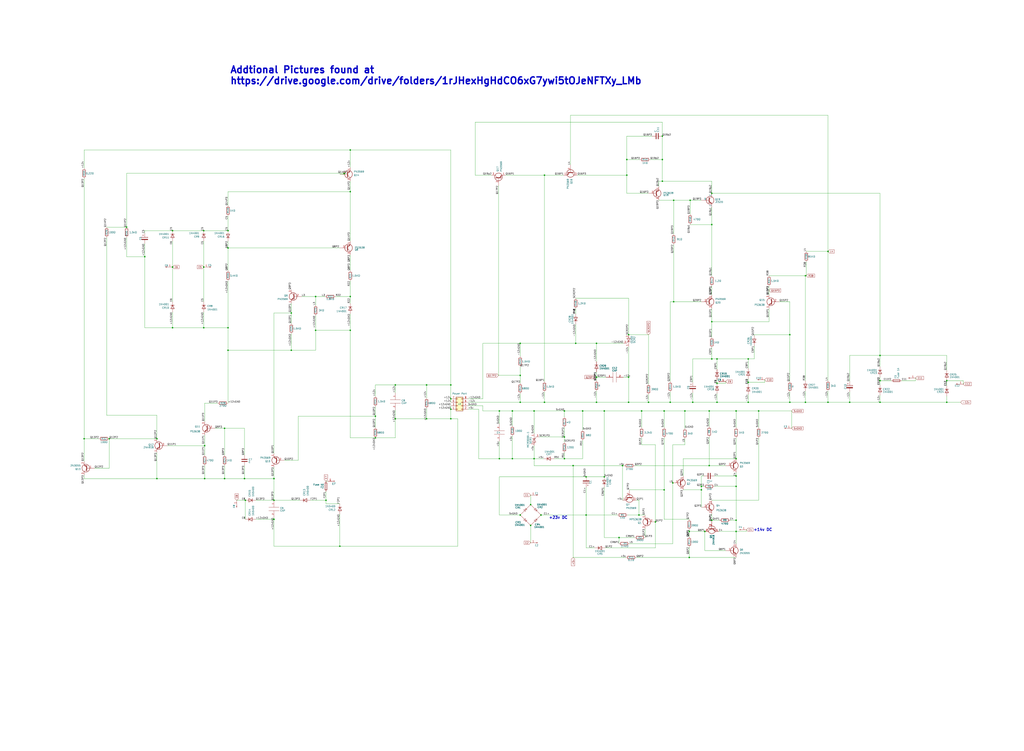
<source format=kicad_sch>
(kicad_sch (version 20230121) (generator eeschema)
  (paper "User" 750.011 550.012)
  (junction (at 429.26 349.25))
  (junction (at 200.66 380.365))
  (junction (at 485.14 132.715))
  (junction (at 61.595 321.31))
  (junction (at 539.115 348.615))
  (junction (at 114.935 350.52))
  (junction (at 644.525 294.64))
  (junction (at 256.54 217.17))
  (junction (at 492.76 353.695))
  (junction (at 330.2 306.705))
  (junction (at 167.005 256.54))
  (junction (at 521.335 141.605))
  (junction (at 453.39 393.7))
  (junction (at 391.16 300.99))
  (junction (at 330.2 281.94))
  (junction (at 200.66 350.52))
  (junction (at 485.14 116.84))
  (junction (at 126.365 240.03))
  (junction (at 513.715 358.775))
  (junction (at 381 377.19))
  (junction (at 525.145 280.67))
  (junction (at 507.365 294.64))
  (junction (at 555.625 300.99))
  (junction (at 231.14 241.935))
  (junction (at 480.06 382.27))
  (junction (at 164.465 350.52))
  (junction (at 167.005 168.91))
  (junction (at 539.115 381))
  (junction (at 365.76 335.915))
  (junction (at 413.385 335.915))
  (junction (at 539.115 300.99))
  (junction (at 398.78 128.27))
  (junction (at 474.98 294.64))
  (junction (at 289.56 306.705))
  (junction (at 589.915 201.93))
  (junction (at 460.375 245.11))
  (junction (at 149.225 195.58))
  (junction (at 429.26 377.19))
  (junction (at 149.225 168.91))
  (junction (at 375.285 335.915))
  (junction (at 330.2 299.72))
  (junction (at 312.42 281.94))
  (junction (at 521.335 164.465))
  (junction (at 256.54 140.335))
  (junction (at 459.105 128.27))
  (junction (at 396.24 377.19))
  (junction (at 513.715 356.235))
  (junction (at 693.42 294.64))
  (junction (at 521.335 381))
  (junction (at 519.43 340.995))
  (junction (at 381 251.46))
  (junction (at 525.145 294.64))
  (junction (at 644.525 278.765))
  (junction (at 606.425 294.64))
  (junction (at 312.42 306.705))
  (junction (at 381 274.955))
  (junction (at 493.395 146.685))
  (junction (at 419.735 340.995))
  (junction (at 460.375 294.64))
  (junction (at 521.335 235.585))
  (junction (at 539.115 335.915))
  (junction (at 426.72 300.99))
  (junction (at 167.005 181.61))
  (junction (at 486.41 300.99))
  (junction (at 179.07 350.52))
  (junction (at 606.425 184.15))
  (junction (at 548.005 262.89))
  (junction (at 516.255 389.255))
  (junction (at 442.595 349.25))
  (junction (at 238.76 366.395))
  (junction (at 126.365 195.58))
  (junction (at 274.955 320.675))
  (junction (at 179.705 366.395))
  (junction (at 490.855 294.64))
  (junction (at 274.955 304.8))
  (junction (at 644.525 260.35))
  (junction (at 164.465 313.69))
  (junction (at 421.64 251.46))
  (junction (at 505.46 146.685))
  (junction (at 469.9 300.99))
  (junction (at 493.395 220.98))
  (junction (at 693.42 278.765))
  (junction (at 126.365 168.91))
  (junction (at 442.595 300.99))
  (junction (at 578.485 245.11))
  (junction (at 92.71 166.37))
  (junction (at 375.285 300.99))
  (junction (at 589.915 294.64))
  (junction (at 501.65 300.99))
  (junction (at 200.66 366.395))
  (junction (at 504.825 408.305))
  (junction (at 252.095 127))
  (junction (at 486.41 358.775))
  (junction (at 256.54 109.855))
  (junction (at 167.005 240.03))
  (junction (at 149.86 350.52))
  (junction (at 485.14 99.695))
  (junction (at 519.43 300.99))
  (junction (at 231.14 217.17))
  (junction (at 455.93 340.995))
  (junction (at 365.76 300.99))
  (junction (at 398.78 294.64))
  (junction (at 149.86 326.39))
  (junction (at 248.92 400.05))
  (junction (at 459.105 116.84))
  (junction (at 213.36 256.54))
  (junction (at 213.36 229.235))
  (junction (at 413.385 320.04))
  (junction (at 149.225 240.03))
  (junction (at 578.485 294.64))
  (junction (at 114.935 321.31))
  (junction (at 436.88 276.225))
  (junction (at 391.16 335.915))
  (junction (at 548.005 280.035))
  (junction (at 388.62 384.81))
  (junction (at 80.01 321.31))
  (junction (at 413.385 300.99))
  (junction (at 330.2 292.1))
  (junction (at 436.88 294.64))
  (junction (at 539.115 389.255))
  (junction (at 436.88 251.46))
  (junction (at 521.335 262.89))
  (junction (at 256.54 241.935))
  (junction (at 460.375 276.225))
  (junction (at 539.115 356.235))
  (junction (at 388.62 369.57))
  (junction (at 467.995 377.19))
  (junction (at 289.56 281.94))
  (junction (at 504.825 389.255))
  (junction (at 525.145 262.89))
  (junction (at 106.045 187.96))
  (junction (at 548.005 294.64))
  (junction (at 622.3 294.64))
  (junction (at 381 294.64))
  (wire (pts (xy 417.83 120.65) (xy 417.83 84.455)))
  (wire (pts (xy 350.52 299.72) (xy 350.52 335.915)))
  (wire (pts (xy 419.735 340.995) (xy 391.16 340.995)))
  (wire (pts (xy 213.36 229.235) (xy 200.66 229.235)))
  (wire (pts (xy 429.26 401.32) (xy 435.61 401.32)))
  (wire (pts (xy 606.425 84.455) (xy 606.425 184.15)))
  (wire (pts (xy 274.955 320.675) (xy 256.54 320.675)))
  (wire (pts (xy 78.105 166.37) (xy 92.71 166.37)))
  (wire (pts (xy 381 274.955) (xy 365.125 274.955)))
  (wire (pts (xy 539.115 335.915) (xy 539.115 320.675)))
  (wire (pts (xy 353.695 251.46) (xy 381 251.46)))
  (wire (pts (xy 256.54 109.855) (xy 330.2 109.855)))
  (wire (pts (xy 61.595 350.52) (xy 114.935 350.52)))
  (wire (pts (xy 256.54 217.17) (xy 256.54 222.25)))
  (wire (pts (xy 419.735 408.305) (xy 458.47 408.305)))
  (wire (pts (xy 126.365 240.03) (xy 126.365 228.6)))
  (wire (pts (xy 429.26 349.25) (xy 442.595 349.25)))
  (wire (pts (xy 525.145 262.89) (xy 525.145 270.51)))
  (wire (pts (xy 578.485 287.02) (xy 578.485 294.64)))
  (wire (pts (xy 436.88 251.46) (xy 436.88 264.795)))
  (wire (pts (xy 531.495 280.67) (xy 525.145 280.67)))
  (wire (pts (xy 167.005 181.61) (xy 167.005 198.12)))
  (wire (pts (xy 419.735 340.995) (xy 419.735 408.305)))
  (wire (pts (xy 525.145 280.67) (xy 525.145 278.13)))
  (wire (pts (xy 426.72 300.99) (xy 442.595 300.99)))
  (wire (pts (xy 289.56 320.675) (xy 289.56 306.705)))
  (wire (pts (xy 548.005 277.495) (xy 548.005 280.035)))
  (wire (pts (xy 442.595 393.7) (xy 453.39 393.7)))
  (wire (pts (xy 200.66 380.365) (xy 200.66 400.05)))
  (wire (pts (xy 353.695 251.46) (xy 353.695 292.1)))
  (wire (pts (xy 500.38 358.775) (xy 513.715 358.775)))
  (wire (pts (xy 92.71 187.96) (xy 92.71 173.99)))
  (wire (pts (xy 365.76 349.25) (xy 429.26 349.25)))
  (wire (pts (xy 238.76 366.395) (xy 227.33 366.395)))
  (wire (pts (xy 485.14 116.84) (xy 485.14 132.715)))
  (wire (pts (xy 459.105 99.695) (xy 459.105 116.84)))
  (wire (pts (xy 442.595 300.99) (xy 469.9 300.99)))
  (wire (pts (xy 504.825 387.985) (xy 504.825 389.255)))
  (wire (pts (xy 436.88 276.225) (xy 436.88 278.765)))
  (wire (pts (xy 548.005 288.925) (xy 548.005 294.64)))
  (wire (pts (xy 555.625 320.675) (xy 555.625 366.395)))
  (wire (pts (xy 539.115 300.99) (xy 539.115 313.055)))
  (wire (pts (xy 396.24 377.19) (xy 429.26 377.19)))
  (wire (pts (xy 480.06 325.755) (xy 469.9 325.755)))
  (wire (pts (xy 342.9 297.18) (xy 353.695 297.18)))
  (wire (pts (xy 381 251.46) (xy 381 260.985)))
  (wire (pts (xy 164.465 340.995) (xy 164.465 350.52)))
  (wire (pts (xy 252.095 127.635) (xy 248.92 127.635)))
  (wire (pts (xy 274.955 297.815) (xy 274.955 304.8)))
  (wire (pts (xy 398.78 128.27) (xy 412.75 128.27)))
  (wire (pts (xy 61.595 109.855) (xy 61.595 123.19)))
  (wire (pts (xy 474.98 294.64) (xy 490.855 294.64)))
  (wire (pts (xy 289.56 300.355) (xy 289.56 306.705)))
  (wire (pts (xy 61.595 321.31) (xy 61.595 337.82)))
  (wire (pts (xy 312.42 281.94) (xy 330.2 281.94)))
  (wire (pts (xy 622.3 294.64) (xy 644.525 294.64)))
  (wire (pts (xy 347.98 89.535) (xy 347.98 128.27)))
  (wire (pts (xy 486.41 300.99) (xy 486.41 313.055)))
  (wire (pts (xy 254 127) (xy 252.095 127)))
  (wire (pts (xy 485.14 99.695) (xy 485.14 89.535)))
  (wire (pts (xy 486.41 380.365) (xy 486.41 358.775)))
  (wire (pts (xy 114.935 350.52) (xy 149.86 350.52)))
  (wire (pts (xy 507.365 294.64) (xy 525.145 294.64)))
  (wire (pts (xy 436.88 276.225) (xy 443.865 276.225)))
  (wire (pts (xy 149.225 168.91) (xy 167.005 168.91)))
  (wire (pts (xy 486.41 320.675) (xy 486.41 358.775)))
  (wire (pts (xy 460.375 245.11) (xy 474.98 245.11)))
  (wire (pts (xy 460.375 276.225) (xy 460.375 294.64)))
  (wire (pts (xy 539.115 348.615) (xy 539.115 356.235)))
  (wire (pts (xy 426.72 300.99) (xy 426.72 314.96)))
  (wire (pts (xy 429.26 377.19) (xy 429.26 401.32)))
  (wire (pts (xy 248.92 376.555) (xy 248.92 400.05)))
  (wire (pts (xy 467.995 366.395) (xy 467.995 377.19)))
  (wire (pts (xy 492.76 353.695) (xy 492.76 398.145)))
  (wire (pts (xy 342.9 292.1) (xy 353.695 292.1)))
  (wire (pts (xy 179.07 350.52) (xy 179.07 340.995)))
  (wire (pts (xy 513.715 356.235) (xy 515.62 356.235)))
  (wire (pts (xy 589.915 294.64) (xy 606.425 294.64)))
  (wire (pts (xy 552.45 245.11) (xy 578.485 245.11)))
  (wire (pts (xy 256.54 229.87) (xy 256.54 241.935)))
  (wire (pts (xy 365.76 335.915) (xy 375.285 335.915)))
  (wire (pts (xy 347.98 128.27) (xy 360.045 128.27)))
  (wire (pts (xy 391.16 335.915) (xy 398.145 335.915)))
  (wire (pts (xy 563.245 235.585) (xy 521.335 235.585)))
  (wire (pts (xy 548.005 294.64) (xy 578.485 294.64)))
  (wire (pts (xy 179.705 366.395) (xy 179.705 380.365)))
  (wire (pts (xy 521.335 381) (xy 527.05 381)))
  (wire (pts (xy 501.65 300.99) (xy 501.65 313.69)))
  (wire (pts (xy 365.76 300.99) (xy 375.285 300.99)))
  (wire (pts (xy 149.225 240.03) (xy 167.005 240.03)))
  (wire (pts (xy 167.005 176.53) (xy 167.005 181.61)))
  (wire (pts (xy 149.86 308.61) (xy 149.86 295.275)))
  (wire (pts (xy 92.71 187.96) (xy 106.045 187.96)))
  (wire (pts (xy 560.07 280.035) (xy 548.005 280.035)))
  (wire (pts (xy 539.115 300.99) (xy 555.625 300.99)))
  (wire (pts (xy 521.335 141.605) (xy 521.335 132.715)))
  (wire (pts (xy 455.93 340.995) (xy 457.2 340.995)))
  (wire (pts (xy 461.01 358.775) (xy 486.41 358.775)))
  (wire (pts (xy 157.48 313.69) (xy 164.465 313.69)))
  (wire (pts (xy 590.55 191.77) (xy 590.55 201.93)))
  (wire (pts (xy 539.115 389.255) (xy 539.115 398.145)))
  (wire (pts (xy 578.485 294.64) (xy 589.915 294.64)))
  (wire (pts (xy 248.92 368.935) (xy 238.76 368.935)))
  (wire (pts (xy 240.03 352.425) (xy 238.76 352.425)))
  (wire (pts (xy 490.855 287.02) (xy 490.855 294.64)))
  (wire (pts (xy 486.41 300.99) (xy 501.65 300.99)))
  (wire (pts (xy 505.46 146.685) (xy 493.395 146.685)))
  (wire (pts (xy 644.525 141.605) (xy 644.525 260.35)))
  (wire (pts (xy 555.625 366.395) (xy 521.335 366.395)))
  (wire (pts (xy 523.24 348.615) (xy 539.115 348.615)))
  (wire (pts (xy 200.66 380.365) (xy 200.66 379.095)))
  (wire (pts (xy 252.095 127) (xy 252.095 127.635)))
  (wire (pts (xy 391.16 340.995) (xy 391.16 335.915)))
  (wire (pts (xy 365.76 300.99) (xy 365.76 310.515)))
  (wire (pts (xy 539.115 381) (xy 539.115 389.255)))
  (wire (pts (xy 485.14 132.715) (xy 482.6 132.715)))
  (wire (pts (xy 493.395 220.98) (xy 513.715 220.98)))
  (wire (pts (xy 353.695 297.18) (xy 353.695 300.99)))
  (wire (pts (xy 442.595 349.25) (xy 442.595 300.99)))
  (wire (pts (xy 413.385 300.99) (xy 413.385 305.435)))
  (wire (pts (xy 149.225 176.53) (xy 149.225 195.58)))
  (wire (pts (xy 413.385 335.915) (xy 413.385 331.47)))
  (wire (pts (xy 456.565 276.225) (xy 460.375 276.225)))
  (wire (pts (xy 521.335 262.89) (xy 525.145 262.89)))
  (wire (pts (xy 187.325 380.365) (xy 200.66 380.365)))
  (wire (pts (xy 200.66 400.05) (xy 248.92 400.05)))
  (wire (pts (xy 548.005 262.89) (xy 548.005 269.875)))
  (wire (pts (xy 606.425 286.385) (xy 606.425 294.64)))
  (wire (pts (xy 521.335 141.605) (xy 644.525 141.605)))
  (wire (pts (xy 289.56 281.94) (xy 312.42 281.94)))
  (wire (pts (xy 519.43 300.99) (xy 519.43 312.42)))
  (wire (pts (xy 589.915 201.93) (xy 589.915 278.765)))
  (wire (pts (xy 534.67 381) (xy 539.115 381)))
  (wire (pts (xy 256.54 217.17) (xy 245.745 217.17)))
  (wire (pts (xy 552.45 262.89) (xy 548.005 262.89)))
  (wire (pts (xy 187.325 366.395) (xy 200.66 366.395)))
  (wire (pts (xy 231.14 241.935) (xy 231.14 231.14)))
  (wire (pts (xy 126.365 195.58) (xy 126.365 220.98)))
  (wire (pts (xy 421.64 218.44) (xy 460.375 218.44)))
  (wire (pts (xy 513.715 146.685) (xy 505.46 146.685)))
  (wire (pts (xy 560.07 278.13) (xy 560.07 280.035)))
  (wire (pts (xy 480.06 382.27) (xy 480.06 325.755)))
  (wire (pts (xy 200.66 350.52) (xy 200.66 366.395)))
  (wire (pts (xy 563.245 209.55) (xy 563.245 215.9)))
  (wire (pts (xy 539.115 346.075) (xy 539.115 348.615)))
  (wire (pts (xy 350.52 335.915) (xy 365.76 335.915)))
  (wire (pts (xy 521.335 132.715) (xy 485.14 132.715)))
  (wire (pts (xy 417.83 84.455) (xy 606.425 84.455)))
  (wire (pts (xy 413.385 320.04) (xy 413.385 323.85)))
  (wire (pts (xy 421.64 237.49) (xy 421.64 251.46)))
  (wire (pts (xy 78.105 304.165) (xy 114.935 304.165)))
  (wire (pts (xy 526.415 389.255) (xy 539.115 389.255)))
  (wire (pts (xy 525.145 294.64) (xy 548.005 294.64)))
  (wire (pts (xy 167.005 181.61) (xy 248.92 181.61)))
  (wire (pts (xy 167.005 158.115) (xy 167.005 168.91)))
  (wire (pts (xy 274.955 304.8) (xy 218.44 304.8)))
  (wire (pts (xy 436.88 272.415) (xy 436.88 276.225)))
  (wire (pts (xy 521.335 151.765) (xy 521.335 164.465)))
  (wire (pts (xy 492.76 325.755) (xy 501.65 325.755)))
  (wire (pts (xy 455.93 340.995) (xy 455.93 366.395)))
  (wire (pts (xy 330.2 292.1) (xy 330.2 281.94)))
  (wire (pts (xy 606.425 294.64) (xy 622.3 294.64)))
  (wire (pts (xy 365.76 349.25) (xy 365.76 377.19)))
  (wire (pts (xy 525.145 288.29) (xy 525.145 294.64)))
  (wire (pts (xy 546.735 389.255) (xy 546.735 387.985)))
  (wire (pts (xy 548.005 280.035) (xy 548.005 281.305)))
  (wire (pts (xy 149.86 318.77) (xy 149.86 326.39)))
  (wire (pts (xy 460.375 218.44) (xy 460.375 245.11)))
  (wire (pts (xy 167.005 256.54) (xy 213.36 256.54)))
  (wire (pts (xy 213.36 229.235) (xy 213.36 236.855)))
  (wire (pts (xy 126.365 176.53) (xy 126.365 195.58)))
  (wire (pts (xy 578.485 220.98) (xy 578.485 245.11)))
  (wire (pts (xy 521.335 254.635) (xy 521.335 262.89)))
  (wire (pts (xy 693.42 282.575) (xy 693.42 278.765)))
  (wire (pts (xy 80.01 321.31) (xy 114.935 321.31)))
  (wire (pts (xy 289.56 287.655) (xy 289.56 281.94)))
  (wire (pts (xy 398.78 287.02) (xy 398.78 294.64)))
  (wire (pts (xy 622.3 260.35) (xy 644.525 260.35)))
  (wire (pts (xy 644.525 289.56) (xy 644.525 294.64)))
  (wire (pts (xy 231.14 256.54) (xy 231.14 241.935)))
  (wire (pts (xy 644.525 260.35) (xy 693.42 260.35)))
  (wire (pts (xy 114.935 350.52) (xy 114.935 331.47)))
  (wire (pts (xy 660.4 278.765) (xy 670.56 278.765)))
  (wire (pts (xy 513.715 358.775) (xy 513.715 356.235)))
  (wire (pts (xy 442.595 356.87) (xy 442.595 393.7)))
  (wire (pts (xy 391.16 300.99) (xy 413.385 300.99)))
  (wire (pts (xy 381 251.46) (xy 421.64 251.46)))
  (wire (pts (xy 274.955 320.675) (xy 289.56 320.675)))
  (wire (pts (xy 342.9 294.64) (xy 381 294.64)))
  (wire (pts (xy 555.625 300.99) (xy 555.625 313.055)))
  (wire (pts (xy 274.955 290.195) (xy 274.955 281.94)))
  (wire (pts (xy 312.42 306.705) (xy 330.2 306.705)))
  (wire (pts (xy 200.66 366.395) (xy 219.71 366.395)))
  (wire (pts (xy 474.98 245.11) (xy 474.98 281.305)))
  (wire (pts (xy 126.365 240.03) (xy 106.045 240.03)))
  (wire (pts (xy 274.955 304.8) (xy 274.955 313.055)))
  (wire (pts (xy 480.06 382.27) (xy 480.06 401.32)))
  (wire (pts (xy 391.16 326.39) (xy 391.16 335.915)))
  (wire (pts (xy 460.375 294.64) (xy 474.98 294.64)))
  (wire (pts (xy 590.55 184.15) (xy 606.425 184.15)))
  (wire (pts (xy 381 288.29) (xy 381 294.64)))
  (wire (pts (xy 459.105 116.84) (xy 468.63 116.84)))
  (wire (pts (xy 92.71 127) (xy 92.71 166.37)))
  (wire (pts (xy 693.42 294.64) (xy 703.58 294.64)))
  (wire (pts (xy 563.245 226.06) (xy 563.245 235.585)))
  (wire (pts (xy 149.86 326.39) (xy 149.86 333.375)))
  (wire (pts (xy 398.78 128.27) (xy 398.78 279.4)))
  (wire (pts (xy 114.935 304.165) (xy 114.935 321.31)))
  (wire (pts (xy 61.595 130.81) (xy 61.595 321.31)))
  (wire (pts (xy 256.54 132.715) (xy 256.54 140.335)))
  (wire (pts (xy 436.88 251.46) (xy 456.565 251.46)))
  (wire (pts (xy 589.915 286.385) (xy 589.915 294.64)))
  (wire (pts (xy 335.28 306.705) (xy 330.2 306.705)))
  (wire (pts (xy 256.54 109.855) (xy 256.54 122.555)))
  (wire (pts (xy 501.65 300.99) (xy 519.43 300.99)))
  (wire (pts (xy 388.62 384.81) (xy 388.62 397.51)))
  (wire (pts (xy 482.6 132.715) (xy 482.6 136.525)))
  (wire (pts (xy 365.76 323.215) (xy 365.76 335.915)))
  (wire (pts (xy 519.43 300.99) (xy 539.115 300.99)))
  (wire (pts (xy 256.54 241.935) (xy 256.54 320.675)))
  (wire (pts (xy 504.825 389.255) (xy 504.825 393.065)))
  (wire (pts (xy 644.525 260.35) (xy 644.525 268.605)))
  (wire (pts (xy 164.465 350.52) (xy 179.07 350.52)))
  (wire (pts (xy 539.115 335.915) (xy 500.38 335.915)))
  (wire (pts (xy 589.915 201.93) (xy 590.55 201.93)))
  (wire (pts (xy 490.855 220.98) (xy 493.395 220.98)))
  (wire (pts (xy 330.2 281.94) (xy 330.2 109.855)))
  (wire (pts (xy 507.365 262.89) (xy 521.335 262.89)))
  (wire (pts (xy 381 268.605) (xy 381 274.955)))
  (wire (pts (xy 493.395 171.45) (xy 493.395 146.685)))
  (wire (pts (xy 375.285 335.915) (xy 391.16 335.915)))
  (wire (pts (xy 370.205 128.27) (xy 398.78 128.27)))
  (wire (pts (xy 312.42 299.085) (xy 312.42 306.705)))
  (wire (pts (xy 375.285 300.99) (xy 375.285 311.785)))
  (wire (pts (xy 353.695 300.99) (xy 365.76 300.99)))
  (wire (pts (xy 167.005 140.335) (xy 256.54 140.335)))
  (wire (pts (xy 231.14 217.17) (xy 220.98 217.17)))
  (wire (pts (xy 106.045 168.91) (xy 106.045 170.815)))
  (wire (pts (xy 167.005 240.03) (xy 167.005 256.54)))
  (wire (pts (xy 525.145 262.89) (xy 548.005 262.89)))
  (wire (pts (xy 504.825 408.305) (xy 539.115 408.305)))
  (wire (pts (xy 248.92 400.05) (xy 335.28 400.05)))
  (wire (pts (xy 126.365 168.91) (xy 149.225 168.91)))
  (wire (pts (xy 149.86 295.275) (xy 159.385 295.275)))
  (wire (pts (xy 693.42 278.765) (xy 705.485 278.765)))
  (wire (pts (xy 413.385 313.055) (xy 413.385 320.04)))
  (wire (pts (xy 519.43 340.995) (xy 531.495 340.995)))
  (wire (pts (xy 429.26 356.87) (xy 429.26 377.19)))
  (wire (pts (xy 693.42 290.195) (xy 693.42 294.64)))
  (wire (pts (xy 312.42 291.465) (xy 312.42 281.94)))
  (wire (pts (xy 485.14 99.695) (xy 485.14 116.84)))
  (wire (pts (xy 493.395 179.07) (xy 493.395 220.98)))
  (wire (pts (xy 342.9 299.72) (xy 350.52 299.72)))
  (wire (pts (xy 552.45 245.11) (xy 552.45 245.745)))
  (wire (pts (xy 164.465 313.69) (xy 164.465 333.375)))
  (wire (pts (xy 552.45 253.365) (xy 552.45 262.89)))
  (wire (pts (xy 167.005 256.54) (xy 167.005 295.275)))
  (wire (pts (xy 213.36 244.475) (xy 213.36 256.54)))
  (wire (pts (xy 482.6 146.685) (xy 493.395 146.685)))
  (wire (pts (xy 238.76 368.935) (xy 238.76 366.395)))
  (wire (pts (xy 504.825 380.365) (xy 486.41 380.365)))
  (wire (pts (xy 289.56 306.705) (xy 312.42 306.705)))
  (wire (pts (xy 436.88 294.64) (xy 460.375 294.64)))
  (wire (pts (xy 622.3 279.4) (xy 622.3 260.35)))
  (wire (pts (xy 106.045 178.435) (xy 106.045 187.96)))
  (wire (pts (xy 213.36 222.25) (xy 213.36 229.235)))
  (wire (pts (xy 539.115 389.255) (xy 546.735 389.255)))
  (wire (pts (xy 466.09 408.305) (xy 504.825 408.305)))
  (wire (pts (xy 173.355 366.395) (xy 179.705 366.395)))
  (wire (pts (xy 469.9 300.99) (xy 469.9 313.055)))
  (wire (pts (xy 149.86 350.52) (xy 164.465 350.52)))
  (wire (pts (xy 231.14 217.17) (xy 231.14 223.52)))
  (wire (pts (xy 644.525 278.765) (xy 652.78 278.765)))
  (wire (pts (xy 521.335 376.555) (xy 521.335 381)))
  (wire (pts (xy 164.465 313.69) (xy 179.07 313.69)))
  (wire (pts (xy 80.01 321.31) (xy 80.01 342.9)))
  (wire (pts (xy 238.76 366.395) (xy 238.76 360.045)))
  (wire (pts (xy 375.285 319.405) (xy 375.285 335.915)))
  (wire (pts (xy 106.045 187.96) (xy 106.045 240.03)))
  (wire (pts (xy 167.005 140.335) (xy 167.005 150.495)))
  (wire (pts (xy 200.66 229.235) (xy 200.66 332.105)))
  (wire (pts (xy 365.76 377.19) (xy 381 377.19)))
  (wire (pts (xy 521.335 215.9) (xy 521.335 209.55)))
  (wire (pts (xy 122.555 326.39) (xy 149.86 326.39)))
  (wire (pts (xy 555.625 300.99) (xy 579.755 300.99)))
  (wire (pts (xy 505.46 146.685) (xy 505.46 156.845)))
  (wire (pts (xy 459.105 128.27) (xy 459.105 141.605)))
  (wire (pts (xy 469.9 300.99) (xy 486.41 300.99)))
  (wire (pts (xy 507.365 287.655) (xy 507.365 294.64)))
  (wire (pts (xy 453.39 393.7) (xy 464.82 393.7)))
  (wire (pts (xy 539.115 356.235) (xy 539.115 381)))
  (wire (pts (xy 513.715 348.615) (xy 515.62 348.615)))
  (wire (pts (xy 274.955 281.94) (xy 289.56 281.94)))
  (wire (pts (xy 179.07 313.69) (xy 179.07 333.375)))
  (wire (pts (xy 490.855 279.4) (xy 490.855 220.98)))
  (wire (pts (xy 492.76 398.145) (xy 461.01 398.145)))
  (wire (pts (xy 388.62 362.585) (xy 388.62 369.57)))
  (wire (pts (xy 426.72 335.915) (xy 426.72 322.58)))
  (wire (pts (xy 231.14 241.935) (xy 256.54 241.935)))
  (wire (pts (xy 504.825 400.685) (xy 504.825 408.305)))
  (wire (pts (xy 622.3 287.02) (xy 622.3 294.64)))
  (wire (pts (xy 335.28 306.705) (xy 335.28 400.05)))
  (wire (pts (xy 218.44 304.8) (xy 218.44 337.185)))
  (wire (pts (xy 149.225 195.58) (xy 149.225 220.98)))
  (wire (pts (xy 693.42 260.35) (xy 693.42 271.145)))
  (wire (pts (xy 507.365 280.035) (xy 507.365 262.89)))
  (wire (pts (xy 149.225 228.6) (xy 149.225 240.03)))
  (wire (pts (xy 579.755 300.99) (xy 579.755 313.69)))
  (wire (pts (xy 213.36 256.54) (xy 231.14 256.54)))
  (wire (pts (xy 513.715 356.235) (xy 513.715 348.615)))
  (wire (pts (xy 521.335 226.06) (xy 521.335 235.585)))
  (wire (pts (xy 670.56 276.86) (xy 670.56 278.765)))
  (wire (pts (xy 429.26 377.19) (xy 452.12 377.19)))
  (wire (pts (xy 61.595 109.855) (xy 256.54 109.855)))
  (wire (pts (xy 69.215 342.9) (xy 80.01 342.9)))
  (wire (pts (xy 521.335 164.465) (xy 521.335 201.93)))
  (wire (pts (xy 501.65 325.755) (xy 501.65 321.31)))
  (wire (pts (xy 492.76 353.695) (xy 492.76 325.755)))
  (wire (pts (xy 523.24 356.235) (xy 539.115 356.235)))
  (wire (pts (xy 167.005 240.03) (xy 167.005 205.74)))
  (wire (pts (xy 459.74 377.19) (xy 467.995 377.19)))
  (wire (pts (xy 466.09 366.395) (xy 467.995 366.395)))
  (wire (pts (xy 256.54 205.74) (xy 256.54 217.17)))
  (wire (pts (xy 469.9 325.755) (xy 469.9 320.675)))
  (wire (pts (xy 570.865 220.98) (xy 578.485 220.98)))
  (wire (pts (xy 467.995 377.19) (xy 472.44 377.19)))
  (wire (pts (xy 500.38 335.915) (xy 500.38 348.615)))
  (wire (pts (xy 149.86 350.52) (xy 149.86 340.995)))
  (wire (pts (xy 405.765 335.915) (xy 413.385 335.915)))
  (wire (pts (xy 455.93 340.995) (xy 419.735 340.995)))
  (wire (pts (xy 421.64 226.06) (xy 421.64 229.87)))
  (wire (pts (xy 61.595 347.98) (xy 61.595 350.52)))
  (wire (pts (xy 421.64 251.46) (xy 436.88 251.46)))
  (wire (pts (xy 231.14 217.17) (xy 238.125 217.17)))
  (wire (pts (xy 459.105 141.605) (xy 474.98 141.605)))
  (wire (pts (xy 426.72 300.99) (xy 413.385 300.99)))
  (wire (pts (xy 200.66 350.52) (xy 200.66 342.265)))
  (wire (pts (xy 516.255 389.255) (xy 504.825 389.255)))
  (wire (pts (xy 644.525 276.225) (xy 644.525 278.765)))
  (wire (pts (xy 61.595 321.31) (xy 72.39 321.31)))
  (wire (pts (xy 422.91 128.27) (xy 459.105 128.27)))
  (wire (pts (xy 644.525 294.64) (xy 693.42 294.64)))
  (wire (pts (xy 256.54 186.69) (xy 256.54 198.12)))
  (wire (pts (xy 644.525 278.765) (xy 644.525 281.94)))
  (wire (pts (xy 256.54 140.335) (xy 256.54 176.53)))
  (wire (pts (xy 459.105 116.84) (xy 459.105 128.27)))
  (wire (pts (xy 179.07 350.52) (xy 200.66 350.52)))
  (wire (pts (xy 381 294.64) (xy 398.78 294.64)))
  (wire (pts (xy 476.25 116.84) (xy 485.14 116.84)))
  (wire (pts (xy 413.385 335.915) (xy 426.72 335.915)))
  (wire (pts (xy 78.105 173.99) (xy 78.105 304.165)))
  (wire (pts (xy 521.335 164.465) (xy 505.46 164.465)))
  (wire (pts (xy 531.495 403.225) (xy 516.255 403.225)))
  (wire (pts (xy 516.255 403.225) (xy 516.255 389.255)))
  (wire (pts (xy 578.485 245.11) (xy 578.485 279.4)))
  (wire (pts (xy 149.225 240.03) (xy 126.365 240.03)))
  (wire (pts (xy 705.485 278.765) (xy 705.485 281.305)))
  (wire (pts (xy 490.855 294.64) (xy 507.365 294.64)))
  (wire (pts (xy 375.285 300.99) (xy 391.16 300.99)))
  (wire (pts (xy 365.125 135.89) (xy 365.125 274.955)))
  (wire (pts (xy 453.39 393.7) (xy 453.39 398.145)))
  (wire (pts (xy 513.715 371.475) (xy 513.715 358.775)))
  (wire (pts (xy 218.44 337.185) (xy 208.28 337.185)))
  (wire (pts (xy 521.335 381) (xy 521.335 381.635)))
  (wire (pts (xy 521.335 235.585) (xy 521.335 247.015)))
  (wire (pts (xy 330.2 297.18) (xy 330.2 299.72)))
  (wire (pts (xy 477.52 99.695) (xy 459.105 99.695)))
  (wire (pts (xy 330.2 292.1) (xy 330.2 294.64)))
  (wire (pts (xy 563.245 201.93) (xy 589.915 201.93)))
  (wire (pts (xy 485.14 89.535) (xy 347.98 89.535)))
  (wire (pts (xy 519.43 320.04) (xy 519.43 340.995)))
  (wire (pts (xy 126.365 168.91) (xy 106.045 168.91)))
  (wire (pts (xy 436.88 286.385) (xy 436.88 294.64)))
  (wire (pts (xy 394.97 320.04) (xy 413.385 320.04)))
  (wire (pts (xy 460.375 254) (xy 460.375 276.225)))
  (wire (pts (xy 474.98 288.925) (xy 474.98 294.64)))
  (wire (pts (xy 381 274.955) (xy 381 280.67)))
  (wire (pts (xy 391.16 300.99) (xy 391.16 317.5)))
  (wire (pts (xy 330.2 299.72) (xy 330.2 306.705)))
  (wire (pts (xy 472.44 387.35) (xy 472.44 393.7)))
  (wire (pts (xy 531.495 279.4) (xy 531.495 280.67)))
  (wire (pts (xy 464.82 340.995) (xy 519.43 340.995)))
  (wire (pts (xy 92.71 127) (xy 252.095 127)))
  (wire (pts (xy 398.78 294.64) (xy 436.88 294.64)))
  (wire (pts (xy 606.425 184.15) (xy 606.425 278.765)))
  (wire (pts (xy 480.06 401.32) (xy 443.23 401.32)))
  (text "+14v DC" (at 551.815 389.255 0) (effects (font (size 2 2) (thickness 0.4) bold) (justify left bottom)))
  (text "Addtional Pictures found at\nhttps://drive.google.com/drive/folders/1rJHexHgHdCO6xG7ywi5tOJeNFTXy_LMb" (at 168.275 62.23 0) (effects (font (size 5 5) (thickness 1) bold) (justify left bottom)))
  (text "+23v DC" (at 401.955 380.365 0) (effects (font (size 2 2) (thickness 0.4) bold) (justify left bottom)))
  (label "Q7P2" (at 486.41 320.675 270))
  (label "Q15P2" (at 552.45 245.745 90))
  (label "Q15P1" (at 521.335 226.06 270))
  (label "C1+" (at 398.145 377.19 0))
  (label "SCR2P2" (at 474.98 281.305 90))
  (label "C9P1" (at 525.145 270.51 90))
  (label "Q20P2" (at 513.715 220.98 180))
  (label "Q1P1" (at 466.09 366.395 0))
  (label "+5v" (at 342.9 299.72 0))
  (label "Q19p2" (at 476.25 116.84 0))
  (label "Q9P3" (at 213.36 212.09 90))
  (label "Q13P2" (at 61.595 337.82 90))
  (label "5vGND" (at 391.16 317.5 90))
  (label "5vGND" (at 555.625 313.055 90))
  (label "-12v" (at 589.915 286.385 270))
  (label "Q20P1" (at 436.88 278.765 90))
  (label "C5" (at 126.365 168.91 90))
  (label "-12v" (at 381 288.29 270))
  (label "CR6P1" (at 442.595 356.87 270))
  (label "-12v" (at 525.145 288.29 270))
  (label "Q15P3" (at 563.245 215.9 90))
  (label "Q12P2" (at 69.215 342.9 0))
  (label "SCR2P2" (at 421.64 218.44 90))
  (label "F2P1" (at 248.92 368.935 90))
  (label "Q2P1" (at 539.115 320.675 270))
  (label "Q19p2" (at 482.6 136.525 90))
  (label "L4" (at 590.55 184.15 90))
  (label "Q19p2" (at 485.14 99.695 0))
  (label "5vGND" (at 426.72 314.96 0))
  (label "R38" (at 563.245 201.93 90))
  (label "+12vGND" (at 149.225 228.6 270))
  (label "Q19p2" (at 360.045 128.27 180))
  (label "+12v" (at 256.54 122.555 90))
  (label "SCR2P2" (at 460.375 245.11 90))
  (label "Q6P2" (at 466.09 408.305 0))
  (label "E10" (at 548.005 277.495 270))
  (label "R51" (at 426.72 322.58 270))
  (label "5vGND" (at 379.095 377.19 180))
  (label "Q2P3" (at 515.62 356.235 180))
  (label "+5v" (at 398.145 335.915 180))
  (label "C5" (at 167.005 158.115 270))
  (label "Q11P3" (at 149.86 308.61 90))
  (label "+5v" (at 391.16 326.39 270))
  (label "Q13P3" (at 114.935 331.47 270))
  (label "E9" (at 525.145 278.13 270))
  (label "Q15P1" (at 521.335 247.015 90))
  (label "+12vGND" (at 330.2 299.72 180))
  (label "Q4P1" (at 521.335 376.555 270))
  (label "C1+" (at 452.12 377.19 180))
  (label "Q13P3" (at 164.465 340.995 270))
  (label "Q14P3" (at 256.54 176.53 90))
  (label "Q11P1" (at 149.86 333.375 90))
  (label "+12vGND" (at 200.66 379.095 270))
  (label "Q19p2" (at 521.335 141.605 90))
  (label "Q17P2" (at 381 268.605 0))
  (label "Q2P3" (at 500.38 358.775 270))
  (label "E11" (at 660.4 278.765 0))
  (label "+12vGND" (at 167.005 205.74 270))
  (label "E11f2" (at 644.525 276.225 270))
  (label "Q8P3" (at 256.54 186.69 270))
  (label "Q6P2" (at 539.115 408.305 270))
  (label "Q12P2" (at 80.01 321.31 0))
  (label "Q1P3" (at 472.44 387.35 270))
  (label "+12vGND" (at 274.955 320.675 270))
  (label "C9P1" (at 552.45 253.365 270))
  (label "Q7P2" (at 504.825 380.365 90))
  (label "+12v" (at 312.42 291.465 90))
  (label "+5v" (at 457.2 340.995 180))
  (label "Q16P3" (at 477.52 99.695 180))
  (label "-12v" (at 474.98 288.925 270))
  (label "Q14P2" (at 78.105 166.37 90))
  (label "Q16P3" (at 422.91 128.27 0))
  (label "Q20P2" (at 493.395 179.07 270))
  (label "E5" (at 149.225 220.98 90))
  (label "Q13P2" (at 72.39 321.31 180))
  (label "Q15P2" (at 570.865 220.98 0))
  (label "E4" (at 523.24 356.235 0))
  (label "E9" (at 525.145 280.67 90))
  (label "Q14P3" (at 167.005 150.495 90))
  (label "-12v" (at 578.485 287.02 270))
  (label "SCR1P3" (at 413.385 323.85 0))
  (label "+12vGND" (at 187.325 380.365 0))
  (label "Q13P3" (at 200.66 342.265 270))
  (label "5vGND" (at 469.9 313.055 90))
  (label "Q14P3" (at 256.54 132.715 270))
  (label "Q19p1" (at 521.335 151.765 270))
  (label "Q17P2" (at 365.125 135.89 270))
  (label "Q10P2" (at 274.955 313.055 90))
  (label "SCR1P3" (at 394.97 320.04 0))
  (label "+12vGND" (at 126.365 228.6 270))
  (label "Q7P2" (at 461.01 358.775 90))
  (label "Q16P3" (at 474.98 141.605 180))
  (label "Q12P2" (at 114.935 321.31 90))
  (label "5vGND" (at 342.9 297.18 0))
  (label "5vGND" (at 442.595 349.25 0))
  (label "-12v" (at 490.855 287.02 270))
  (label "Q16P1" (at 398.78 279.4 180))
  (label "Q19p1" (at 521.335 201.93 90))
  (label "E12" (at 693.42 282.575 90))
  (label "Q4P1" (at 521.335 381.635 90))
  (label "Q20P1" (at 521.335 215.9 90))
  (label "Q6P1" (at 504.825 387.985 270))
  (label "Q2P3" (at 515.62 348.615 180))
  (label "R48" (at 421.64 229.87 90))
  (label "-12v" (at 606.425 286.385 270))
  (label "+12vGND" (at 213.36 244.475 270))
  (label "Q15P3" (at 563.245 209.55 270))
  (label "Q19p2" (at 693.42 271.145 90))
  (label "Q6P1" (at 516.255 389.255 180))
  (label "Q1P3" (at 472.44 393.7 0))
  (label "SCR1P3" (at 413.385 313.055 270))
  (label "Q10P1" (at 213.36 222.25 270))
  (label "CR6P1" (at 453.39 398.145 180))
  (label "C9P1" (at 507.365 280.035 90))
  (label "+12v" (at 289.56 287.655 90))
  (label "R38" (at 589.915 278.765 90))
  (label "Q16P3" (at 468.63 116.84 180))
  (label "Q9P3" (at 157.48 313.69 0))
  (label "E8" (at 179.705 380.365 180))
  (label "-12v" (at 456.565 276.225 0))
  (label "-12v" (at 622.3 287.02 270))
  (label "Q4P1" (at 527.05 381 180))
  (label "Q13P2" (at 61.595 130.81 270))
  (label "Q1P2" (at 480.06 382.27 0))
  (label "Q19P3" (at 513.715 146.685 180))
  (label "5vGND" (at 429.26 349.25 90))
  (label "Q13P3" (at 187.325 366.395 0))
  (label "-12v" (at 398.78 287.02 270))
  (label "Q1P1" (at 472.44 377.19 90))
  (label "R22" (at 245.745 217.17 0))
  (label "-12v" (at 548.005 288.925 270))
  (label "+12vGND" (at 106.045 178.435 270))
  (label "-12vGND" (at 381 260.35 90))
  (label "+12vGND" (at 330.2 297.18 180))
  (label "Q13P3" (at 179.07 340.995 270))
  (label "+5v" (at 375.285 319.405 270))
  (label "E6" (at 126.365 176.53 270))
  (label "-12v" (at 460.375 254 270))
  (label "C1+" (at 435.61 401.32 180))
  (label "Q19P3" (at 482.6 146.685 270))
  (label "Q8P2" (at 167.005 198.12 90))
  (label "+12vGND" (at 167.005 295.275 0))
  (label "L5" (at 501.65 321.31 270))
  (label "Q20P2" (at 490.855 279.4 90))
  (label "+12v" (at 330.2 292.1 180))
  (label "Q9P3" (at 164.465 333.375 90))
  (label "Q19P3" (at 505.46 156.845 90))
  (label "Q14P2" (at 92.71 166.37 90))
  (label "+5v" (at 365.76 323.215 270))
  (label "E10" (at 548.005 281.305 90))
  (label "5vGND" (at 486.41 313.055 90))
  (label "-12v" (at 507.365 287.655 270))
  (label "R38" (at 590.55 191.77 270))
  (label "+12vGND" (at 256.54 229.87 270))
  (label "Q20P1" (at 436.88 272.415 270))
  (label "L3" (at 238.125 217.17 180))
  (label "5vGND" (at 375.285 311.785 90))
  (label "C1+" (at 429.26 356.87 270))
  (label "5vGND" (at 365.76 310.515 90))
  (label "Q11P1" (at 149.86 318.77 270))
  (label "Q2P1" (at 539.115 335.915 90))
  (label "+12vGND" (at 289.56 300.355 270))
  (label "-12v" (at 436.88 286.385 270))
  (label "Q8P2" (at 243.205 181.61 0))
  (label "Q6P2" (at 504.825 400.685 270))
  (label "E8" (at 179.705 366.395 180))
  (label "E4" (at 523.24 348.615 0))
  (label "E12" (at 693.42 278.765 270))
  (label "Q11P1" (at 122.555 326.39 0))
  (label "R51" (at 405.765 335.915 0))
  (label "L4" (at 606.425 278.765 90))
  (label "Q1P2" (at 469.9 320.675 270))
  (label "E4" (at 534.67 381 0))
  (label "Q16P1" (at 412.75 128.27 180))
  (label "E11f2" (at 652.78 278.765 180))
  (label "+12vGND" (at 248.92 376.555 270))
  (label "Q9P3" (at 179.07 333.375 90))
  (label "Q13P3" (at 61.595 347.98 270))
  (label "Q19P3" (at 493.395 171.45 90))
  (label "Q11P3" (at 159.385 295.275 180))
  (label "5vGND" (at 519.43 312.42 90))
  (label "E5" (at 149.225 176.53 270))
  (label "+12v" (at 330.2 294.64 180))
  (label "Q4P3" (at 521.335 366.395 90))
  (label "+12v" (at 274.955 290.195 90))
  (label "+12vGND" (at 312.42 299.085 270))
  (label "5vGND" (at 539.115 313.055 90))
  (label "Q19p2" (at 622.3 279.4 90))
  (label "C5" (at 106.045 170.815 90))
  (label "+5v" (at 458.47 408.305 180))
  (label "C9P1" (at 521.335 254.635 270))
  (label "Q6P1" (at 531.495 403.225 180))
  (label "L5" (at 492.76 353.695 180))
  (label "Q4P3" (at 555.625 320.675 270))
  (label "L5" (at 461.01 398.145 0))
  (label "5vGND" (at 501.65 313.69 0))
  (label "L3" (at 220.98 217.17 0))
  (label "Q1P2" (at 443.23 401.32 0))
  (label "-12v" (at 644.525 289.56 270))
  (label "Q15P2" (at 578.485 279.4 90))
  (label "C5" (at 167.005 168.91 90))
  (label "R51" (at 413.385 331.47 270))
  (label "E11f2" (at 644.525 281.94 90))
  (label "C5" (at 149.225 168.91 90))
  (label "E4" (at 526.415 389.255 0))
  (label "Q19p1" (at 505.46 164.465 270))
  (label "Q16P1" (at 370.205 128.27 0))
  (label "F2P1" (at 238.76 360.045 270))
  (label "Q10P2" (at 274.955 297.815 270))
  (label "Q13P3" (at 149.86 340.995 270))
  (label "Q12P2" (at 78.105 173.99 270))
  (label "Q15P1" (at 563.245 226.06 270))
  (label "Q8P2" (at 167.005 176.53 270))
  (label "Q20P1" (at 521.335 209.55 270))
  (label "CR6P1" (at 464.82 393.7 180))
  (label "Q3P2" (at 464.82 340.995 0))
  (label "-12vGND" (at 456.565 251.46 180))
  (label "Q10P1" (at 213.36 236.855 90))
  (label "R22" (at 256.54 205.74 270))
  (label "Q2P1" (at 500.38 348.615 90))
  (label "F2P1" (at 227.33 366.395 0))
  (label "-12vGND" (at 436.88 264.795 90))
  (label "Q3P2" (at 519.43 320.04 270))
  (label "Q6P1" (at 504.825 393.065 90))
  (label "L3" (at 231.14 223.52 90))
  (label "+12vGND" (at 231.14 231.14 270))
  (label "Q13P3" (at 219.71 366.395 180))
  (label "E4" (at 539.115 346.075 270))
  (label "C9P1" (at 548.005 269.875 90))
  (label "Q10P1" (at 200.66 332.105 90))
  (label "+5v" (at 455.93 366.395 180))
  (label "-12v" (at 342.9 294.64 0))
  (label "5vGND" (at 413.385 300.99 180))
  (label "R22" (at 256.54 222.25 90))
  (label "-12vGND" (at 342.9 292.1 0))
  (label "+12v" (at 61.595 123.19 90))
  (label "Q8P3" (at 256.54 198.12 90))
  (label "Q19p2" (at 644.525 268.605 90))
  (label "E6" (at 126.365 220.98 90))
  (label "Q20P1" (at 443.865 276.225 180))
  (label "-12vGND" (at 421.64 237.49 270))
  (label "Q3P2" (at 531.495 340.995 180))
  (label "Q10P2" (at 208.28 337.185 0))
  (label "R48" (at 421.64 226.06 270))
  (label "Q14P2" (at 254 127 180))
  (label "Q13P3" (at 200.66 366.395 90))
  (label "+12vGND" (at 92.71 173.99 270))
  (label "L4" (at 417.83 120.65 90))
  (label "Q17P2" (at 381 280.67 180))
  (label "Q2P3" (at 513.715 371.475 180))
  (label "E4" (at 539.115 398.145 90))
  (global_label "E10" (shape input) (at 560.07 278.13 0) (property "Intersheetrefs" "${INTERSHEET_REFS}" (effects hide)))
  (global_label "E4" (shape input) (at 546.735 387.985 0) (property "Intersheetrefs" "${INTERSHEET_REFS}" (effects hide)))
  (global_label "R38" (shape input) (at 590.55 201.93 0) (property "Intersheetrefs" "${INTERSHEET_REFS}" (effects hide)))
  (global_label "E8" (shape input) (at 173.355 366.395 90) (property "Intersheetrefs" "${INTERSHEET_REFS}" (effects hide)))
  (global_label "Q17P2" (shape input) (at 365.125 274.955 180) (property "Intersheetrefs" "${INTERSHEET_REFS}" (effects hide)))
  (global_label "L4" (shape input) (at 606.425 184.15 0) (property "Intersheetrefs" "${INTERSHEET_REFS}" (effects hide)))
  (global_label "E6" (shape input) (at 126.365 195.58 0) (property "Intersheetrefs" "${INTERSHEET_REFS}" (effects hide)))
  (global_label "E5" (shape input) (at 149.225 195.58 180) (property "Intersheetrefs" "${INTERSHEET_REFS}" (effects hide)))
  (global_label "E9" (shape input) (at 531.495 279.4 0) (property "Intersheetrefs" "${INTERSHEET_REFS}" (effects hide)))
  (global_label "E11" (shape input) (at 670.56 276.86 0) (property "Intersheetrefs" "${INTERSHEET_REFS}" (effects hide)))
  (global_label "SCR2P2" (shape input) (at 474.98 245.11 90) (property "Intersheetrefs" "${INTERSHEET_REFS}" (effects hide)))
  (global_label "Q20P1" (shape input) (at 436.88 276.225 180) (property "Intersheetrefs" "${INTERSHEET_REFS}" (effects hide)))
  (global_label "+5v" (shape input) (at 419.735 408.305 270) (property "Intersheetrefs" "${INTERSHEET_REFS}" (effects hide)))
  (global_label "5vGND" (shape input) (at 579.755 300.99 0) (property "Intersheetrefs" "${INTERSHEET_REFS}" (effects hide)))
  (global_label "-12v" (shape input) (at 703.58 294.64 0) (property "Intersheetrefs" "${INTERSHEET_REFS}" (effects hide)))
  (global_label "E7" (shape input) (at 238.76 352.425 90) (property "Intersheetrefs" "${INTERSHEET_REFS}" (effects hide)))
  (global_label "E2" (shape input) (at 388.62 397.51 180) (property "Intersheetrefs" "${INTERSHEET_REFS}" (effects hide)))
  (global_label "E1" (shape input) (at 388.62 362.585 180) (property "Intersheetrefs" "${INTERSHEET_REFS}" (effects hide)))
  (global_label "5vGND" (shape input) (at 579.755 313.69 0) (property "Intersheetrefs" "${INTERSHEET_REFS}" (effects hide)))
  (global_label "E12" (shape input) (at 705.485 281.305 0) (property "Intersheetrefs" "${INTERSHEET_REFS}" (effects hide)))
  (global_label "Q15P3" (shape input) (at 563.245 212.725 0) (property "Intersheetrefs" "${INTERSHEET_REFS}" (effects hide)))
  (symbol (lib_id "Device:R") (at 381 284.48 0) (unit 1)
    (property "Reference" "R42" (at 381 286.385 90) (effects (justify left)))
    (property "Value" "680Ω" (at 382.27 284.48 0) (effects (justify left)))
    (property "Footprint" "Resistor_THT:R_Axial_DIN0309_L9.0mm_D3.2mm_P12.70mm_Horizontal" (effects hide))
  )
  (symbol (lib_id "Device:R") (at 521.335 205.74 0) (mirror x) (unit 1)
    (property "Reference" "R47" (at 521.335 207.645 90) (effects (justify right)))
    (property "Value" "1.2Ω" (at 528.32 205.74 0) (effects (justify right)))
    (property "Footprint" "Resistor_THT:R_Axial_DIN0614_L14.3mm_D5.7mm_P15.24mm_Horizontal" (effects hide))
  )
  (symbol (lib_id "ForgottenMachines:1N4001_Entrex_PSU") (at 525.145 274.32 270) (unit 1)
    (property "Reference" "CR19" (at 527.177 273.6763 90) (effects (justify left)))
    (property "Value" "1N4001" (at 527.177 275.5973 90) (effects (justify left)))
    (property "Footprint" "Diode_THT:D_DO-41_SOD81_P12.70mm_Horizontal" (effects hide))
    (property "Datasheet" "http://www.vishay.com/docs/88503/1n4001.pdf" (effects hide))
    (property "Sim.Device" "D" (effects hide))
    (property "Sim.Pins" "1=K 2=A" (effects hide))
  )
  (symbol (lib_id "ForgottenMachines:1N4001_Entrex_PSU") (at 693.42 274.955 270) (unit 1)
    (property "Reference" "CR25" (at 695.452 274.3113 90) (effects (justify left)))
    (property "Value" "1N4001" (at 695.452 276.2323 90) (effects (justify left)))
    (property "Footprint" "Diode_THT:D_DO-41_SOD81_P12.70mm_Horizontal" (effects hide))
    (property "Datasheet" "http://www.vishay.com/docs/88503/1n4001.pdf" (effects hide))
    (property "Sim.Device" "D" (effects hide))
    (property "Sim.Pins" "1=K 2=A" (effects hide))
  )
  (symbol (lib_id "Device:R") (at 274.955 316.865 180) (unit 1)
    (property "Reference" "R26" (at 274.955 318.77 90) (effects (justify right)))
    (property "Value" "680Ω" (at 276.225 316.865 0) (effects (justify right)))
    (property "Footprint" "Resistor_THT:R_Axial_DIN0309_L9.0mm_D3.2mm_P12.70mm_Horizontal" (effects hide))
  )
  (symbol (lib_id "Forgotten Machines:CAP_Large_Polarized_-_Entrex_Trapezoid") (at 289.56 294.005 0) (unit 1)
    (property "Reference" "C8" (at 294.005 293.3613 0) (effects (justify left)))
    (property "Value" "CAP" (at 294.005 295.2823 0) (effects (justify left)))
    (property "Footprint" "Capacitor_THT:CP_Axial_L10.0mm_D4.5mm_P15.00mm_Horizontal" (effects hide))
  )
  (symbol (lib_id "Device:R") (at 468.63 393.7 270) (unit 1)
    (property "Reference" "R3" (at 467.36 393.7 90) (effects (justify left)))
    (property "Value" "390Ω" (at 466.09 395.605 90) (effects (justify left)))
    (property "Footprint" "Resistor_THT:R_Axial_DIN0411_L9.9mm_D3.6mm_P12.70mm_Horizontal" (effects hide))
  )
  (symbol (lib_id "Device:R") (at 213.36 240.665 180) (unit 1)
    (property "Reference" "R25" (at 213.36 242.57 90) (effects (justify right)))
    (property "Value" "1.5KΩ" (at 214.63 240.665 0) (effects (justify right)))
    (property "Footprint" "Resistor_THT:R_Axial_DIN0411_L9.9mm_D3.6mm_P12.70mm_Horizontal" (effects hide))
  )
  (symbol (lib_id "ForgottenMachines:Spade_Lug_Connector_-_Entrex_PSU") (at 121.285 195.58 0) (unit 1)
    (property "Reference" "E6" (at 121.92 194.4149 0))
    (property "Value" "Conn_01x01_Pin" (effects hide))
    (property "Footprint" "Connector_PinHeader_1.00mm:PinHeader_1x01_P1.00mm_Vertical" (effects hide))
  )
  (symbol (lib_id "Device:R") (at 426.72 318.77 180) (unit 1)
    (property "Reference" "R51" (at 426.72 316.865 90) (effects (justify left)))
    (property "Value" "68Ω" (at 433.07 318.77 0) (effects (justify left)))
    (property "Footprint" "Resistor_THT:R_Axial_DIN0411_L9.9mm_D3.6mm_P12.70mm_Horizontal" (effects hide))
  )
  (symbol (lib_id "Device:R") (at 505.46 160.655 0) (mirror x) (unit 1)
    (property "Reference" "R46" (at 505.46 162.56 90) (effects (justify right)))
    (property "Value" "470Ω" (at 513.08 160.655 0) (effects (justify right)))
    (property "Footprint" "Resistor_THT:R_Axial_DIN0309_L9.0mm_D3.2mm_P12.70mm_Horizontal" (effects hide))
  )
  (symbol (lib_id "Device:C_Polarized") (at 622.3 283.21 0) (unit 1)
    (property "Reference" "C10" (at 619.125 283.21 90))
    (property "Value" "C_Polarized" (effects hide))
    (property "Footprint" "Capacitor_THT:CP_Radial_D18.0mm_P7.50mm" (effects hide))
  )
  (symbol (lib_name "MPS3638_Transistor_1") (lib_id "ForgottenMachines:MPS3638_Transistor") (at 565.785 220.98 0) (mirror y) (unit 1)
    (property "Reference" "Q15" (at 560.07 219.71 0) (effects (justify left)))
    (property "Value" "\nPS3638" (at 560.07 222.25 0) (effects (justify left)))
    (property "Footprint" "Package_TO_SOT_THT:TO-18-3" (effects hide))
  )
  (symbol (lib_id "ForgottenMachines:1N4001_Entrex_PSU") (at 149.225 224.79 270) (unit 1)
    (property "Reference" "CR8" (at 151.765 224.155 90) (effects (justify left)))
    (property "Value" "1N4001" (at 151.765 226.695 90) (effects (justify left)))
    (property "Footprint" "Diode_THT:D_DO-41_SOD81_P12.70mm_Horizontal" (effects hide))
    (property "Datasheet" "http://www.vishay.com/docs/88503/1n4001.pdf" (effects hide))
    (property "Sim.Device" "D" (effects hide))
    (property "Sim.Pins" "1=K 2=A" (effects hide))
  )
  (symbol (lib_id "Device:R") (at 469.9 316.865 180) (unit 1)
    (property "Reference" "R2" (at 469.9 318.135 90) (effects (justify right)))
    (property "Value" "2.2kΩ" (at 471.805 316.865 0) (effects (justify right)))
    (property "Footprint" "Resistor_THT:R_Axial_DIN0411_L9.9mm_D3.6mm_P12.70mm_Horizontal" (effects hide))
  )
  (symbol (lib_id "Device:Fuse") (at 656.59 278.765 90) (unit 1)
    (property "Reference" "F3" (at 655.9463 277.241 0) (effects (justify left)))
    (property "Value" "Fuse 1A" (at 657.8673 277.241 0) (effects (justify left)))
    (property "Footprint" "Fuse:Fuseholder_Littelfuse_445_030_series_5x30mm" (effects hide))
  )
  (symbol (lib_id "ForgottenMachines:1N4001_Entrex_PSU") (at 548.005 285.115 270) (unit 1)
    (property "Reference" "CR20" (at 550.545 284.48 90) (effects (justify left)))
    (property "Value" "1N4001" (at 550.545 287.02 90) (effects (justify left)))
    (property "Footprint" "Diode_THT:D_DO-41_SOD81_P12.70mm_Horizontal" (effects hide))
    (property "Datasheet" "http://www.vishay.com/docs/88503/1n4001.pdf" (effects hide))
    (property "Sim.Device" "D" (effects hide))
    (property "Sim.Pins" "1=K 2=A" (effects hide))
  )
  (symbol (lib_name "MPS3638_Transistor_1") (lib_id "ForgottenMachines:MPS3638_Transistor") (at 152.4 313.69 0) (mirror y) (unit 1)
    (property "Reference" "Q11" (at 146.685 312.42 0) (effects (justify left)))
    (property "Value" "\nPS3638" (at 146.685 314.96 0) (effects (justify left)))
    (property "Footprint" "Package_TO_SOT_THT:TO-18-3" (effects hide))
  )
  (symbol (lib_id "Device:R") (at 519.43 316.23 0) (unit 1)
    (property "Reference" "R8" (at 519.43 317.5 90) (effects (justify left)))
    (property "Value" "1kΩ" (at 521.335 316.23 0) (effects (justify left)))
    (property "Footprint" "Resistor_THT:R_Axial_DIN0411_L9.9mm_D3.6mm_P12.70mm_Horizontal" (effects hide))
  )
  (symbol (lib_id "Device:Fuse") (at 238.76 356.235 180) (unit 1)
    (property "Reference" "F2" (at 237.236 356.8787 0) (effects (justify left)))
    (property "Value" "Fuse 4A" (at 237.236 354.9577 0) (effects (justify left)))
    (property "Footprint" "Fuse:Fuseholder_Littelfuse_445_030_series_5x30mm" (effects hide))
  )
  (symbol (lib_id "Device:R") (at 539.115 316.865 0) (unit 1)
    (property "Reference" "R7" (at 539.115 318.135 90) (effects (justify left)))
    (property "Value" "1KΩ" (at 541.02 316.865 0) (effects (justify left)))
    (property "Footprint" "Resistor_THT:R_Axial_DIN0411_L9.9mm_D3.6mm_P12.70mm_Horizontal" (effects hide))
  )
  (symbol (lib_id "Device:R") (at 312.42 295.275 180) (unit 1)
    (property "Reference" "R34" (at 312.42 297.18 90) (effects (justify right)))
    (property "Value" "680Ω" (at 313.69 295.275 0) (effects (justify right)))
    (property "Footprint" "Resistor_THT:R_Axial_DIN0614_L14.3mm_D5.7mm_P15.24mm_Horizontal" (effects hide))
  )
  (symbol (lib_id "ForgottenMachines:1N5400_Entrex_PSU") (at 183.515 366.395 180) (unit 1)
    (property "Reference" "CR15" (at 182.88 363.855 90) (effects (justify right)))
    (property "Value" "1N5400" (at 185.42 363.855 90) (effects (justify right)))
    (property "Footprint" "Forgotten Machines:Entrex PSU Power Diode P20.00mm" (effects hide))
    (property "Datasheet" "http://www.vishay.com/docs/88516/1n5400.pdf" (effects hide))
    (property "Sim.Device" "D" (effects hide))
    (property "Sim.Pins" "1=K 2=A" (effects hide))
  )
  (symbol (lib_id "Device:R") (at 563.245 205.74 180) (unit 1)
    (property "Reference" "R37" (at 563.245 207.645 90) (effects (justify right)))
    (property "Value" "1.5KΩ" (at 564.515 205.74 0) (effects (justify right)))
    (property "Footprint" "Resistor_THT:R_Axial_DIN0309_L9.0mm_D3.2mm_P12.70mm_Horizontal" (effects hide))
  )
  (symbol (lib_id "ForgottenMachines:Diagonal Diode for Full Wave Bridge Lower") (at 382.27 382.27 270) (unit 1)
    (property "Reference" "CR3" (at 379.4125 382.5875 90))
    (property "Value" "1N4001" (at 380.6825 384.4925 90))
    (property "Footprint" "Diode_THT:D_DO-41_SOD81_P12.70mm_Horizontal" (effects hide))
  )
  (symbol (lib_id "Device:R") (at 530.86 381 90) (unit 1)
    (property "Reference" "R9" (at 530.86 381 90))
    (property "Value" "470Ω" (at 530.86 383.54 90))
    (property "Footprint" "Resistor_THT:R_Axial_DIN0309_L9.0mm_D3.2mm_P12.70mm_Horizontal" (effects hide))
  )
  (symbol (lib_id "ForgottenMachines:1N4001_Entrex_PSU") (at 589.915 282.575 90) (unit 1)
    (property "Reference" "CR27" (at 591.947 281.9313 90) (effects (justify right)))
    (property "Value" "1N4001" (at 591.947 283.8523 90) (effects (justify right)))
    (property "Footprint" "Diode_THT:D_DO-41_SOD81_P12.70mm_Horizontal" (effects hide))
    (property "Datasheet" "http://www.vishay.com/docs/88503/1n4001.pdf" (effects hide))
    (property "Sim.Device" "D" (effects hide))
    (property "Sim.Pins" "1=K 2=A" (effects hide))
  )
  (symbol (lib_id "Device:R") (at 501.65 317.5 0) (unit 1)
    (property "Reference" "R4" (at 501.65 318.77 90) (effects (justify left)))
    (property "Value" "3kΩ" (at 505.46 317.5 0))
    (property "Footprint" "Resistor_THT:R_Axial_DIN0309_L9.0mm_D3.2mm_P12.70mm_Horizontal" (effects hide))
  )
  (symbol (lib_id "Device:C_Polarized") (at 507.365 283.845 0) (unit 1)
    (property "Reference" "C9" (at 504.19 283.845 90))
    (property "Value" "C_Polarized" (effects hide))
    (property "Footprint" "Capacitor_THT:CP_Radial_D10.0mm_P5.00mm" (effects hide))
  )
  (symbol (lib_id "Device:R") (at 436.88 282.575 0) (unit 1)
    (property "Reference" "R50" (at 436.88 284.48 90) (effects (justify left)))
    (property "Value" "R" (at 438.15 282.575 0) (effects (justify left)))
    (property "Footprint" "Resistor_THT:R_Axial_DIN0207_L6.3mm_D2.5mm_P15.24mm_Horizontal" (effects hide))
  )
  (symbol (lib_id "Device:C") (at 179.07 337.185 0) (unit 1)
    (property "Reference" "C7" (at 181.991 336.5413 0) (effects (justify left)))
    (property "Value" "C" (at 181.991 338.4623 0) (effects (justify left)))
    (property "Footprint" "FM-editable:CAP non-polarized P25.00mm" (effects hide))
  )
  (symbol (lib_id "Device:R") (at 231.14 227.33 0) (mirror x) (unit 1)
    (property "Reference" "R23" (at 231.14 229.235 90) (effects (justify right)))
    (property "Value" "3KΩ" (at 237.49 227.33 0) (effects (justify right)))
    (property "Footprint" "Resistor_THT:R_Axial_DIN0309_L9.0mm_D3.2mm_P12.70mm_Horizontal" (effects hide))
  )
  (symbol (lib_id "ForgottenMachines:Spade_Lug_Connector_-_Entrex_PSU") (at 393.7 397.51 180) (unit 1)
    (property "Reference" "E2" (at 393.065 399.415 0))
    (property "Value" "Conn_01x01_Pin" (effects hide))
    (property "Footprint" "Connector_PinHeader_1.00mm:PinHeader_1x01_P1.00mm_Vertical" (effects hide))
  )
  (symbol (lib_id "ForgottenMachines:Spade_Lug_Connector_-_Entrex_PSU") (at 245.11 352.425 180) (unit 1)
    (property "Reference" "E7" (at 244.475 354.33 0))
    (property "Value" "Conn_01x01_Pin" (effects hide))
    (property "Footprint" "Connector_PinHeader_1.00mm:PinHeader_1x01_P1.00mm_Vertical" (effects hide))
  )
  (symbol (lib_id "ForgottenMachines:FPN3569_Transistor") (at 254 127.635 0) (mirror x) (unit 1)
    (property "Reference" "Q14" (at 259.08 128.27 0) (effects (justify left)))
    (property "Value" "PN3569" (at 259.08 125.73 0) (effects (justify left)))
    (property "Footprint" "Package_TO_SOT_THT:TO-18-3" (effects hide))
  )
  (symbol (lib_id "Device:R") (at 455.93 377.19 270) (unit 1)
    (property "Reference" "R1" (at 455.93 377.19 90))
    (property "Value" "1kΩ" (at 455.93 379.095 90))
    (property "Footprint" "Resistor_THT:R_Axial_DIN0309_L9.0mm_D3.2mm_P12.70mm_Horizontal" (effects hide))
  )
  (symbol (lib_id "ForgottenMachines:1N4001_Entrex_PSU") (at 693.42 286.385 270) (unit 1)
    (property "Reference" "CR24" (at 691.388 287.0287 90) (effects (justify right)))
    (property "Value" "1N4001" (at 691.388 285.1077 90) (effects (justify right)))
    (property "Footprint" "Diode_THT:D_DO-41_SOD81_P12.70mm_Horizontal" (effects hide))
    (property "Datasheet" "http://www.vishay.com/docs/88503/1n4001.pdf" (effects hide))
    (property "Sim.Device" "D" (effects hide))
    (property "Sim.Pins" "1=K 2=A" (effects hide))
  )
  (symbol (lib_id "Device:R") (at 504.825 384.175 0) (unit 1)
    (property "Reference" "R11" (at 504.825 386.08 90) (effects (justify left)))
    (property "Value" "390Ω" (at 506.095 384.81 0) (effects (justify left)))
    (property "Footprint" "Resistor_THT:R_Axial_DIN0411_L9.9mm_D3.6mm_P15.24mm_Horizontal" (effects hide))
  )
  (symbol (lib_id "ForgottenMachines:FPN3569_Transistor") (at 203.2 337.185 180) (unit 1)
    (property "Reference" "Q10" (at 198.12 337.82 0) (effects (justify left)))
    (property "Value" "PN3569" (at 198.12 335.28 0) (effects (justify left)))
    (property "Footprint" "Package_TO_SOT_THT:TO-18-3" (effects hide))
  )
  (symbol (lib_id "Device:R") (at 472.44 116.84 270) (mirror x) (unit 1)
    (property "Reference" "R40" (at 472.44 116.84 90))
    (property "Value" "1KΩ" (at 472.44 119.38 90))
    (property "Footprint" "Resistor_THT:R_Axial_DIN0411_L9.9mm_D3.6mm_P12.70mm_Horizontal" (effects hide))
  )
  (symbol (lib_id "Device:R") (at 167.005 154.305 0) (unit 1)
    (property "Reference" "R19" (at 167.005 156.21 90) (effects (justify left)))
    (property "Value" "1KΩ" (at 168.275 154.305 0) (effects (justify left)))
    (property "Footprint" "Resistor_THT:R_Axial_DIN0309_L9.0mm_D3.2mm_P12.70mm_Horizontal" (effects hide))
  )
  (symbol (lib_id "ForgottenMachines:Spade_Lug_Connector_-_Entrex_PSU") (at 541.655 387.985 0) (unit 1)
    (property "Reference" "E4" (at 542.29 386.08 0))
    (property "Value" "Conn_01x01_Pin" (effects hide))
    (property "Footprint" "Connector_PinHeader_1.00mm:PinHeader_1x01_P1.00mm_Vertical" (effects hide))
  )
  (symbol (lib_id "Device:R") (at 486.41 316.865 0) (unit 1)
    (property "Reference" "R12" (at 486.41 318.77 90) (effects (justify left)))
    (property "Value" "470Ω" (at 487.68 317.5 0) (effects (justify left)))
    (property "Footprint" "Resistor_THT:R_Axial_DIN0309_L9.0mm_D3.2mm_P12.70mm_Horizontal" (effects hide))
  )
  (symbol (lib_id "ForgottenMachines:Spade_Lug_Connector_-_Entrex_PSU") (at 665.48 276.86 0) (unit 1)
    (property "Reference" "E11" (effects hide))
    (property "Value" "Conn_01x01_Pin" (effects hide))
    (property "Footprint" "Connector_PinHeader_1.00mm:PinHeader_1x01_P1.00mm_Vertical" (effects hide))
  )
  (symbol (lib_id "Device:R") (at 490.855 283.21 0) (unit 1)
    (property "Reference" "R44" (at 490.855 285.115 90) (effects (justify left)))
    (property "Value" "1.5KΩ" (at 492.76 283.21 0) (effects (justify left)))
    (property "Footprint" "Resistor_THT:R_Axial_DIN0309_L9.0mm_D3.2mm_P12.70mm_Horizontal" (effects hide))
  )
  (symbol (lib_id "ForgottenMachines:Spade_Lug_Connector_-_Entrex_PSU") (at 393.7 362.585 180) (unit 1)
    (property "Reference" "E1" (at 393.065 361.315 0))
    (property "Value" "Conn_01x01_Pin" (effects hide))
    (property "Footprint" "Connector_PinHeader_1.00mm:PinHeader_1x01_P1.00mm_Vertical" (effects hide))
  )
  (symbol (lib_id "Device:C") (at 481.33 99.695 270) (mirror x) (unit 1)
    (property "Reference" "C11" (at 481.9737 96.774 0) (effects (justify left)))
    (property "Value" "C" (at 480.0527 96.774 0) (effects (justify left)))
    (property "Footprint" "FM-editable:CAP non-polarized P25.00mm" (effects hide))
  )
  (symbol (lib_id "Transistor_BJT:2N3055") (at 64.135 342.9 180) (unit 1)
    (property "Reference" "Q13" (at 59.055 343.535 0) (effects (justify left)))
    (property "Value" "2N3055" (at 59.055 340.995 0) (effects (justify left)))
    (property "Footprint" "Package_TO_SOT_THT:TO-3" (effects hide))
    (property "Datasheet" "http://www.onsemi.com/pub_link/Collateral/2N3055-D.PDF" (effects hide))
  )
  (symbol (lib_id "Device:R") (at 78.105 170.18 0) (unit 1)
    (property "Reference" "R29" (at 78.105 172.085 90) (effects (justify left)))
    (property "Value" "100Ω" (at 79.375 170.18 0) (effects (justify left)))
    (property "Footprint" "Resistor_THT:R_Axial_DIN0414_L11.9mm_D4.5mm_P15.24mm_Horizontal" (effects hide))
  )
  (symbol (lib_id "Device:R") (at 555.625 316.865 0) (unit 1)
    (property "Reference" "R10" (at 555.625 318.77 90) (effects (justify left)))
    (property "Value" "270Ω" (at 557.53 316.865 0) (effects (justify left)))
    (property "Footprint" "Resistor_THT:R_Axial_DIN0411_L9.9mm_D3.6mm_P12.70mm_Horizontal" (effects hide))
  )
  (symbol (lib_id "Device:R") (at 606.425 282.575 0) (unit 1)
    (property "Reference" "R39" (at 606.425 284.48 90) (effects (justify left)))
    (property "Value" "3kΩ" (at 608.33 282.575 0) (effects (justify left)))
    (property "Footprint" "Resistor_THT:R_Axial_DIN0411_L9.9mm_D3.6mm_P12.70mm_Horizontal" (effects hide))
  )
  (symbol (lib_id "ForgottenMachines:1N5400_Entrex_PSU") (at 248.92 372.745 270) (unit 1)
    (property "Reference" "CR12" (at 245.745 373.38 90) (effects (justify right)))
    (property "Value" "1N5400" (at 245.745 370.84 90) (effects (justify right)))
    (property "Footprint" "Forgotten Machines:Entrex PSU Power Diode P20.00mm" (effects hide))
    (property "Datasheet" "http://www.vishay.com/docs/88516/1n5400.pdf" (effects hide))
    (property "Sim.Device" "D" (effects hide))
    (property "Sim.Pins" "1=K 2=A" (effects hide))
  )
  (symbol (lib_id "ForgottenMachines:1N4001_Entrex_PSU") (at 126.365 172.72 270) (unit 1)
    (property "Reference" "CR11" (at 118.745 173.99 90) (effects (justify left)))
    (property "Value" "1N4001" (at 116.205 171.45 90) (effects (justify left)))
    (property "Footprint" "Diode_THT:D_DO-41_SOD81_P12.70mm_Horizontal" (effects hide))
    (property "Datasheet" "http://www.vishay.com/docs/88503/1n4001.pdf" (effects hide))
    (property "Sim.Device" "D" (effects hide))
    (property "Sim.Pins" "1=K 2=A" (effects hide))
  )
  (symbol (lib_id "Device:R") (at 519.43 356.235 90) (mirror x) (unit 1)
    (property "Reference" "R6" (at 519.43 356.235 90))
    (property "Value" "1kΩ" (at 519.43 358.14 90))
    (property "Footprint" "Resistor_THT:R_Axial_DIN0309_L9.0mm_D3.2mm_P12.70mm_Horizontal" (effects hide))
  )
  (symbol (lib_id "ForgottenMachines:1N4001_Entrex_PSU") (at 421.64 233.68 90) (unit 1)
    (property "Reference" "CR28" (at 417.3601 233.68 0))
    (property "Value" "1N4001" (at 419.2811 233.68 0))
    (property "Footprint" "Diode_THT:D_DO-41_SOD81_P12.70mm_Horizontal" (effects hide))
    (property "Datasheet" "http://www.vishay.com/docs/88503/1n4001.pdf" (effects hide))
    (property "Sim.Device" "D" (effects hide))
    (property "Sim.Pins" "1=K 2=A" (effects hide))
  )
  (symbol (lib_id "ForgottenMachines:FPN3569_Transistor") (at 536.575 340.995 0) (mirror x) (unit 1)
    (property "Reference" "Q3" (at 541.655 341.63 0) (effects (justify left)))
    (property "Value" "PN3569" (at 541.655 339.09 0) (effects (justify left)))
    (property "Footprint" "Package_TO_SOT_THT:TO-18-3" (effects hide))
  )
  (symbol (lib_id "Device:R") (at 504.825 396.875 0) (unit 1)
    (property "Reference" "R14" (at 504.825 398.78 90) (effects (justify left)))
    (property "Value" "100Ω" (at 506.095 396.875 0) (effects (justify left)))
    (property "Footprint" "Resistor_THT:R_Axial_DIN0309_L9.0mm_D3.2mm_P12.70mm_Horizontal" (effects hide))
  )
  (symbol (lib_id "ForgottenMachines:1N4001_Entrex_PSU") (at 552.45 249.555 90) (unit 1)
    (property "Reference" "CR26" (at 548.1701 249.555 0))
    (property "Value" "1N4001" (at 550.0911 249.555 0))
    (property "Footprint" "Diode_THT:D_DO-41_SOD81_P12.70mm_Horizontal" (effects hide))
    (property "Datasheet" "http://www.vishay.com/docs/88503/1n4001.pdf" (effects hide))
    (property "Sim.Device" "D" (effects hide))
    (property "Sim.Pins" "1=K 2=A" (effects hide))
  )
  (symbol (lib_id "ForgottenMachines:1N5400_Entrex_PSU") (at 183.515 380.365 0) (unit 1)
    (property "Reference" "CR14" (at 182.88 377.825 90) (effects (justify left)))
    (property "Value" "1N5400" (at 185.42 377.825 90) (effects (justify left)))
    (property "Footprint" "Forgotten Machines:Entrex PSU Power Diode P20.00mm" (effects hide))
    (property "Datasheet" "http://www.vishay.com/docs/88516/1n5400.pdf" (effects hide))
    (property "Sim.Device" "D" (effects hide))
    (property "Sim.Pins" "1=K 2=A" (effects hide))
  )
  (symbol (lib_id "ForgottenMachines:1N4001_Entrex_PSU") (at 126.365 224.79 270) (unit 1)
    (property "Reference" "CR10" (at 123.825 225.425 90) (effects (justify right)))
    (property "Value" "1N4001" (at 123.825 222.885 90) (effects (justify right)))
    (property "Footprint" "Diode_THT:D_DO-41_SOD81_P12.70mm_Horizontal" (effects hide))
    (property "Datasheet" "http://www.vishay.com/docs/88503/1n4001.pdf" (effects hide))
    (property "Sim.Device" "D" (effects hide))
    (property "Sim.Pins" "1=K 2=A" (effects hide))
  )
  (symbol (lib_id "Forgotten Machines:2N4918") (at 521.335 386.715 90) (mirror x) (unit 1)
    (property "Reference" "Q5" (at 520.6913 391.5664 0) (effects (justify left)))
    (property "Value" "2N4918" (at 522.6123 391.5664 0) (effects (justify left)))
    (property "Footprint" "Package_TO_SOT_THT:TO-126-3_Vertical" (effects hide))
  )
  (symbol (lib_id "Device:R") (at 413.385 309.245 0) (unit 1)
    (property "Reference" "R17" (at 413.385 311.15 90) (effects (justify left)))
    (property "Value" "∞Ω" (at 414.655 309.245 0) (effects (justify left)))
    (property "Footprint" "Resistor_THT:R_Axial_DIN0309_L9.0mm_D3.2mm_P12.70mm_Horizontal" (effects hide))
  )
  (symbol (lib_id "ForgottenMachines:1N4001_Entrex_PSU") (at 644.525 272.415 270) (unit 1)
    (property "Reference" "CR23" (at 642.493 273.0587 90) (effects (justify right)))
    (property "Value" "1N4001" (at 642.493 271.1377 90) (effects (justify right)))
    (property "Footprint" "Diode_THT:D_DO-41_SOD81_P12.70mm_Horizontal" (effects hide))
    (property "Datasheet" "http://www.vishay.com/docs/88503/1n4001.pdf" (effects hide))
    (property "Sim.Device" "D" (effects hide))
    (property "Sim.Pins" "1=K 2=A" (effects hide))
  )
  (symbol (lib_id "Device:R") (at 398.78 283.21 0) (unit 1)
    (property "Reference" "R41" (at 398.78 285.115 90) (effects (justify left)))
    (property "Value" "1.5KΩ" (at 400.05 283.21 0) (effects (justify left)))
    (property "Footprint" "Resistor_THT:R_Axial_DIN0309_L9.0mm_D3.2mm_P12.70mm_Horizontal" (effects hide))
  )
  (symbol (lib_id "ForgottenMachines:Spade_Lug_Connector_-_Entrex_PSU") (at 700.405 281.305 0) (mirror x) (unit 1)
    (property "Reference" "E12" (at 701.04 282.4701 0))
    (property "Value" "Conn_01x01_Pin" (effects hide))
    (property "Footprint" "Connector_PinHeader_1.00mm:PinHeader_1x01_P1.00mm_Vertical" (effects hide))
  )
  (symbol (lib_id "ForgottenMachines:Diagonal Diode for Full Wave Bridge Lower") (at 393.7 370.84 0) (mirror x) (unit 1)
    (property "Reference" "CR2" (at 395.605 371.475 0))
    (property "Value" "1N4001" (at 396.875 369.57 0))
    (property "Footprint" "Diode_THT:D_DO-41_SOD81_P12.70mm_Horizontal" (effects hide))
  )
  (symbol (lib_id "Forgotten Machines:CAP_Large_Polarized_-_Entrex_Trapezoid") (at 365.76 316.865 180) (unit 1)
    (property "Reference" "C4" (at 366.395 316.865 0) (effects (justify left)))
    (property "Value" "CAP" (effects hide))
    (property "Footprint" "Capacitor_THT:CP_Axial_L20.0mm_D10.0mm_P26.00mm_Horizontal" (effects hide))
  )
  (symbol (lib_id "ForgottenMachines:MCR3000-1") (at 460.375 248.92 270) (unit 1)
    (property "Reference" "SCR2" (at 464.6295 248.92 0))
    (property "Value" "ID200" (at 462.7085 248.92 0))
    (property "Footprint" "Package_TO_SOT_THT:TO-18-3" (effects hide))
    (property "Datasheet" "https://www.web-bcs.com/scr/thy/ma/MCR3000-1.php" (effects hide))
  )
  (symbol (lib_id "Device:R") (at 578.485 283.21 180) (unit 1)
    (property "Reference" "R36" (at 578.485 285.115 90) (effects (justify right)))
    (property "Value" "R" (at 579.755 283.21 0) (effects (justify right)))
    (property "Footprint" "FM-editable:Resistor P17.70mm" (effects hide))
  )
  (symbol (lib_id "ForgottenMachines:1N4001_Entrex_PSU") (at 644.525 285.75 270) (unit 1)
    (property "Reference" "CR22" (at 646.557 285.1063 90) (effects (justify left)))
    (property "Value" "1N4001" (at 646.557 287.0273 90) (effects (justify left)))
    (property "Footprint" "Diode_THT:D_DO-41_SOD81_P12.70mm_Horizontal" (effects hide))
    (property "Datasheet" "http://www.vishay.com/docs/88503/1n4001.pdf" (effects hide))
    (property "Sim.Device" "D" (effects hide))
    (property "Sim.Pins" "1=K 2=A" (effects hide))
  )
  (symbol (lib_id "ForgottenMachines:Spade_Lug_Connector_-_Entrex_PSU") (at 554.99 278.13 0) (unit 1)
    (property "Reference" "E10" (at 555.625 276.9649 0))
    (property "Value" "Conn_01x01_Pin" (effects hide))
    (property "Footprint" "Connector_PinHeader_1.00mm:PinHeader_1x01_P1.00mm_Vertical" (effects hide))
  )
  (symbol (lib_id "Forgotten Machines:JE520") (at 518.795 146.685 0) (unit 1)
    (property "Reference" "Q19" (at 523.6464 146.0413 0) (effects (justify left)))
    (property "Value" "JE520" (at 523.6464 147.9623 0) (effects (justify left)))
    (property "Footprint" "Package_TO_SOT_THT:TO-126-3_Vertical" (effects hide))
    (property "Sim.Device" "NPN" (effects hide))
    (property "Sim.Type" "GUMMELPOON" (effects hide))
    (property "Sim.Pins" "1=C 2=B 3=E" (effects hide))
  )
  (symbol (lib_id "Forgotten Machines:CAP_Large_Polarized_-_Entrex_Trapezoid") (at 200.66 372.745 0) (unit 1)
    (property "Reference" "C6" (at 205.105 372.1013 0) (effects (justify left)))
    (property "Value" "CAP" (at 205.105 374.0223 0) (effects (justify left)))
    (property "Footprint" "Capacitor_THT:CP_Axial_L10.0mm_D4.5mm_P15.00mm_Horizontal" (effects hide))
  )
  (symbol (lib_id "Device:R") (at 76.2 321.31 90) (unit 1)
    (property "Reference" "R32" (at 76.2 321.31 90))
    (property "Value" "100Ω" (at 76.2 323.85 90))
    (property "Footprint" "Resistor_THT:R_Axial_DIN0309_L9.0mm_D3.2mm_P12.70mm_Horizontal" (effects hide))
  )
  (symbol (lib_id "Device:R") (at 474.98 285.115 0) (unit 1)
    (property "Reference" "R49" (at 474.98 287.02 90) (effects (justify left)))
    (property "Value" "390Ω" (at 476.885 285.115 0) (effects (justify left)))
    (property "Footprint" "Resistor_THT:R_Axial_DIN0309_L9.0mm_D3.2mm_P12.70mm_Horizontal" (effects hide))
  )
  (symbol (lib_id "Device:R") (at 149.86 337.185 0) (unit 1)
    (property "Reference" "R27" (at 149.86 339.09 90) (effects (justify left)))
    (property "Value" "470Ω" (at 151.13 337.185 0) (effects (justify left)))
    (property "Footprint" "Resistor_THT:R_Axial_DIN0309_L9.0mm_D3.2mm_P12.70mm_Horizontal" (effects hide))
  )
  (symbol (lib_id "ForgottenMachines:Diagonal Diode for Full Wave Bridge Lower") (at 393.7 383.54 0) (unit 1)
    (property "Reference" "CR4" (at 393.7 384.175 0))
    (property "Value" "1N4001" (at 394.97 386.08 0))
    (property "Footprint" "Diode_THT:D_DO-41_SOD81_P12.70mm_Horizontal" (effects hide))
  )
  (symbol (lib_id "Device:C_Polarized") (at 429.26 353.06 180) (unit 1)
    (property "Reference" "C1" (at 432.435 353.06 90))
    (property "Value" "C_Polarized" (effects hide))
    (property "Footprint" "Capacitor_THT:CP_Radial_D10.0mm_P5.00mm" (effects hide))
  )
  (symbol (lib_id "Device:R") (at 92.71 170.18 180) (unit 1)
    (property "Reference" "R30" (at 92.71 168.91 90) (effects (justify left)))
    (property "Value" "1.5kΩ" (at 100.33 170.18 0) (effects (justify left)))
    (property "Footprint" "Resistor_THT:R_Axial_DIN0309_L9.0mm_D3.2mm_P12.70mm_Horizontal" (effects hide))
  )
  (symbol (lib_name "MPS3638_Transistor_1") (lib_id "ForgottenMachines:MPS3638_Transistor") (at 480.06 141.605 0) (mirror x) (unit 1)
    (property "Reference" "Q18" (at 485.775 142.875 0) (effects (justify left)))
    (property "Value" "\nPS3638" (at 485.775 140.335 0) (effects (justify left)))
    (property "Footprint" "Package_TO_SOT_THT:TO-18-3" (effects hide))
  )
  (symbol (lib_id "ForgottenMachines:FPN3569_Transistor") (at 417.83 125.73 270) (unit 1)
    (property "Reference" "Q16" (at 418.465 130.81 0) (effects (justify left)))
    (property "Value" "PN3569" (at 415.925 130.81 0) (effects (justify left)))
    (property "Footprint" "Package_TO_SOT_THT:TO-18-3" (effects hide))
  )
  (symbol (lib_id "Device:R") (at 163.195 295.275 270) (unit 1)
    (property "Reference" "R28" (at 161.29 295.275 90) (effects (justify left)))
    (property "Value" "270Ω" (at 160.655 297.18 90) (effects (justify left)))
    (property "Footprint" "Resistor_THT:R_Axial_DIN0411_L9.9mm_D3.6mm_P12.70mm_Horizontal" (effects hide))
  )
  (symbol (lib_id "ForgottenMachines:FPN3569_Transistor") (at 215.9 217.17 0) (mirror y) (unit 1)
    (property "Reference" "Q9" (at 210.82 216.535 0) (effects (justify left)))
    (property "Value" "PN3569" (at 210.82 219.075 0) (effects (justify left)))
    (property "Footprint" "Package_TO_SOT_THT:TO-18-3" (effects hide))
  )
  (symbol (lib_id "ForgottenMachines:MPS3638_Transistor") (at 474.98 382.27 180) (unit 1)
    (property "Reference" "Q1" (at 469.9 382.905 0) (effects (justify left)))
    (property "Value" "MPS3638" (at 469.9 380.365 0) (effects (justify left)))
    (property "Footprint" "Package_TO_SOT_THT:TO-18-3" (effects hide))
  )
  (symbol (lib_id "Device:R") (at 274.955 294.005 180) (unit 1)
    (property "Reference" "R31" (at 274.955 294.005 90))
    (property "Value" "1.5kΩ" (at 279.4 294.005 0))
    (property "Footprint" "Resistor_THT:R_Axial_DIN0411_L9.9mm_D3.6mm_P12.70mm_Horizontal" (effects hide))
  )
  (symbol (lib_id "ForgottenMachines:Spade_Lug_Connector_-_Entrex_PSU") (at 526.415 279.4 0) (unit 1)
    (property "Reference" "E9" (at 527.05 278.2349 0))
    (property "Value" "Conn_01x01_Pin" (effects hide))
    (property "Footprint" "Connector_PinHeader_1.00mm:PinHeader_1x01_P1.00mm_Vertical" (effects hide))
  )
  (symbol (lib_id "Device:C_Polarized") (at 106.045 174.625 0) (unit 1)
    (property "Reference" "C5" (at 102.87 174.625 90))
    (property "Value" "C_Polarized" (effects hide))
    (property "Footprint" "Capacitor_THT:CP_Radial_D10.0mm_P5.00mm" (effects hide))
  )
  (symbol (lib_id "ForgottenMachines:FPN3569_Transistor") (at 497.84 353.695 0) (mirror x) (unit 1)
    (property "Reference" "Q2" (at 502.92 354.33 0) (effects (justify left)))
    (property "Value" "PN3569" (at 502.92 351.79 0) (effects (justify left)))
    (property "Footprint" "Package_TO_SOT_THT:TO-18-3" (effects hide))
  )
  (symbol (lib_id "Forgotten Machines:CAP_Large_Polarized_-_Entrex_Trapezoid") (at 450.215 276.225 90) (unit 1)
    (property "Reference" "C12" (at 450.215 269.5321 90))
    (property "Value" "CAP" (at 450.215 271.4531 90))
    (property "Footprint" "Capacitor_THT:CP_Axial_L20.0mm_D10.0mm_P26.00mm_Horizontal" (effects hide))
  )
  (symbol (lib_id "Device:R") (at 381 264.795 0) (unit 1)
    (property "Reference" "R45" (at 381 266.7 90) (effects (justify left)))
    (property "Value" "1.5KΩ" (at 382.27 264.795 0) (effects (justify left)))
    (property "Footprint" "Resistor_THT:R_Axial_DIN0309_L9.0mm_D3.2mm_P12.70mm_Horizontal" (effects hide))
  )
  (symbol (lib_id "ForgottenMachines:1N4001_Entrex_PSU") (at 401.955 335.915 0) (unit 1)
    (property "Reference" "CR7" (at 400.05 332.74 0) (effects (justify left)))
    (property "Value" "1N4001" (at 398.78 330.835 0) (effects (justify left)))
    (property "Footprint" "Diode_THT:D_DO-41_SOD81_P12.70mm_Horizontal" (effects hide))
    (property "Datasheet" "http://www.vishay.com/docs/88503/1n4001.pdf" (effects hide))
    (property "Sim.Device" "D" (effects hide))
    (property "Sim.Pins" "1=K 2=A" (effects hide))
  )
  (symbol (lib_id "Device:R") (at 375.285 315.595 0) (unit 1)
    (property "Reference" "R18" (at 375.285 317.5 90) (effects (justify left)))
    (property "Value" "100Ω" (at 377.19 315.595 0) (effects (justify left)))
    (property "Footprint" "Resistor_THT:R_Axial_DIN0614_L14.3mm_D5.7mm_P15.24mm_Horizontal" (effects hide))
  )
  (symbol (lib_id "ForgottenMachines:Spade_Lug_Connector_-_Entrex_PSU") (at 173.355 371.475 90) (unit 1)
    (property "Reference" "E8" (at 171.45 370.84 0))
    (property "Value" "Conn_01x01_Pin" (effects hide))
    (property "Footprint" "Connector_PinHeader_1.00mm:PinHeader_1x01_P1.00mm_Vertical" (effects hide))
  )
  (symbol (lib_id "ForgottenMachines:1N5400_Entrex_PSU") (at 223.52 366.395 0) (unit 1)
    (property "Reference" "CR13" (at 222.885 363.22 90) (effects (justify left)))
    (property "Value" "1N5400" (at 225.425 363.22 90) (effects (justify left)))
    (property "Footprint" "Forgotten Machines:Entrex PSU Power Diode P20.00mm" (effects hide))
    (property "Datasheet" "http://www.vishay.com/docs/88516/1n5400.pdf" (effects hide))
    (property "Sim.Device" "D" (effects hide))
    (property "Sim.Pins" "1=K 2=A" (effects hide))
  )
  (symbol (lib_id "Device:R") (at 457.2 398.145 270) (mirror x) (unit 1)
    (property "Reference" "R5" (at 456.565 398.145 90) (effects (justify left)))
    (property "Value" "2.4kΩ" (at 454.66 400.05 90) (effects (justify left)))
    (property "Footprint" "Resistor_THT:R_Axial_DIN0309_L9.0mm_D3.2mm_P12.70mm_Horizontal" (effects hide))
  )
  (symbol (lib_id "Device:R") (at 256.54 201.93 0) (mirror y) (unit 1)
    (property "Reference" "R21" (at 256.54 200.025 90) (effects (justify right)))
    (property "Value" "1.5KΩ" (at 257.81 201.93 0) (effects (justify right)))
    (property "Footprint" "Resistor_THT:R_Axial_DIN0309_L9.0mm_D3.2mm_P12.70mm_Horizontal" (effects hide))
  )
  (symbol (lib_id "Device:R") (at 61.595 127 0) (unit 1)
    (property "Reference" "R33" (at 61.595 128.905 90) (effects (justify left)))
    (property "Value" "0.22Ω" (at 62.865 127 0) (effects (justify left)))
    (property "Footprint" "Resistor_THT:R_Axial_DIN0617_L17.0mm_D6.0mm_P20.32mm_Horizontal" (effects hide))
  )
  (symbol (lib_name "MPS3638_Transistor_1") (lib_id "ForgottenMachines:MPS3638_Transistor") (at 518.795 371.475 0) (unit 1)
    (property "Reference" "Q4" (at 524.51 370.205 0) (effects (justify left)))
    (property "Value" "\nPS3638" (at 524.51 372.745 0) (effects (justify left)))
    (property "Footprint" "Package_TO_SOT_THT:TO-18-3" (effects hide))
  )
  (symbol (lib_id "Device:R") (at 167.005 201.93 180) (unit 1)
    (property "Reference" "R20" (at 167.005 203.835 90) (effects (justify right)))
    (property "Value" "3.4KΩ" (at 168.275 201.93 0) (effects (justify right)))
    (property "Footprint" "Resistor_THT:R_Axial_DIN0614_L14.3mm_D5.7mm_P15.24mm_Horizontal" (effects hide))
  )
  (symbol (lib_id "ForgottenMachines:1N4001_Entrex_PSU") (at 149.225 172.72 270) (unit 1)
    (property "Reference" "CR9" (at 146.05 173.355 90) (effects (justify right)))
    (property "Value" "1N4001" (at 146.05 170.815 90) (effects (justify right)))
    (property "Footprint" "Diode_THT:D_DO-41_SOD81_P12.70mm_Horizontal" (effects hide))
    (property "Datasheet" "http://www.vishay.com/docs/88503/1n4001.pdf" (effects hide))
    (property "Sim.Device" "D" (effects hide))
    (property "Sim.Pins" "1=K 2=A" (effects hide))
  )
  (symbol (lib_name "MPS3638_Transistor_1") (lib_id "ForgottenMachines:MPS3638_Transistor") (at 254 181.61 0) (mirror x) (unit 1)
    (property "Reference" "Q8" (at 259.715 182.88 0) (effects (justify left)))
    (property "Value" "\nPS3638" (at 259.715 180.34 0) (effects (justify left)))
    (property "Footprint" "Package_TO_SOT_THT:TO-18-3" (effects hide))
  )
  (symbol (lib_id "Device:R") (at 413.385 327.66 180) (unit 1)
    (property "Reference" "R16" (at 413.385 325.755 90) (effects (justify left)))
    (property "Value" "120Ω" (at 420.37 327.66 0) (effects (justify left)))
    (property "Footprint" "Resistor_THT:R_Axial_DIN0614_L14.3mm_D5.7mm_P15.24mm_Horizontal" (effects hide))
  )
  (symbol (lib_id "ForgottenMachines:1N4001_Entrex_PSU") (at 525.145 284.48 270) (unit 1)
    (property "Reference" "CR18" (at 523.113 285.1237 90) (effects (justify right)))
    (property "Value" "1N4001" (at 523.113 283.2027 90) (effects (justify right)))
    (property "Footprint" "Diode_THT:D_DO-41_SOD81_P12.70mm_Horizontal" (effects hide))
    (property "Datasheet" "http://www.vishay.com/docs/88503/1n4001.pdf" (effects hide))
    (property "Sim.Device" "D" (effects hide))
    (property "Sim.Pins" "1=K 2=A" (effects hide))
  )
  (symbol (lib_id "ForgottenMachines:Spade_Lug_Connector_-_Entrex_PSU") (at 574.675 313.69 0) (unit 1)
    (property "Reference" "E3" (at 575.31 312.42 0))
    (property "Value" "Conn_01x01_Pin" (effects hide))
    (property "Footprint" "Connector_PinHeader_1.00mm:PinHeader_1x01_P1.00mm_Vertical" (effects hide))
  )
  (symbol (lib_id "ForgottenMachines:FPN3569_Transistor") (at 518.795 220.98 0) (mirror x) (unit 1)
    (property "Reference" "Q20" (at 523.875 221.615 0) (effects (justify left)))
    (property "Value" "PN3569" (at 523.875 219.075 0) (effects (justify left)))
    (property "Footprint" "Package_TO_SOT_THT:TO-18-3" (effects hide))
  )
  (symbol (lib_id "Device:R") (at 590.55 187.96 180) (unit 1)
    (property "Reference" "R38" (at 590.55 189.865 90) (effects (justify right)))
    (property "Value" "81KΩ" (at 591.82 187.96 0) (effects (justify right)))
    (property "Footprint" "Resistor_THT:R_Axial_DIN0614_L14.3mm_D5.7mm_P15.24mm_Horizontal" (effects hide))
  )
  (symbol (lib_id "ForgottenMachines:1N4001_Entrex_PSU") (at 548.005 273.685 270) (unit 1)
    (property "Reference" "CR21" (at 545.973 274.3287 90) (effects (justify right)))
    (property "Value" "1N4001" (at 545.973 272.4077 90) (effects (justify right)))
    (property "Footprint" "Diode_THT:D_DO-41_SOD81_P12.70mm_Horizontal" (effects hide))
    (property "Datasheet" "http://www.vishay.com/docs/88503/1n4001.pdf" (effects hide))
    (property "Sim.Device" "D" (effects hide))
    (property "Sim.Pins" "1=K 2=A" (effects hide))
  )
  (symbol (lib_id "Forgotten Machines:2N4918") (at 117.475 326.39 0) (mirror y) (unit 1)
    (property "Reference" "Q12" (at 112.6236 325.7463 0) (effects (justify left)))
    (property "Value" "2N4918" (at 112.6236 327.6673 0) (effects (justify left)))
    (property "Footprint" "Package_TO_SOT_THT:TO-126-3_Vertical" (effects hide))
  )
  (symbol (lib_id "ForgottenMachines:Spade_Lug_Connector_-_Entrex_PSU") (at 154.305 195.58 0) (mirror y) (unit 1)
    (property "Reference" "E5" (at 153.67 194.31 0))
    (property "Value" "Conn_01x01_Pin" (effects hide))
    (property "Footprint" "Connector_PinHeader_1.00mm:PinHeader_1x01_P1.00mm_Vertical" (effects hide))
  )
  (symbol (lib_id "ForgottenMachines:1N4001_Entrex_PSU") (at 436.88 268.605 270) (unit 1)
    (property "Reference" "CR29" (at 438.912 267.9613 90) (effects (justify left)))
    (property "Value" "1N4001" (at 438.912 269.8823 90) (effects (justify left)))
    (property "Footprint" "Diode_THT:D_DO-41_SOD81_P12.70mm_Horizontal" (effects hide))
    (property "Datasheet" "http://www.vishay.com/docs/88503/1n4001.pdf" (effects hide))
    (property "Sim.Device" "D" (effects hide))
    (property "Sim.Pins" "1=K 2=A" (effects hide))
  )
  (symbol (lib_id "ForgottenMachines:1N4001_Entrex_PSU") (at 442.595 353.06 90) (unit 1)
    (property "Reference" "CR6" (at 446.8749 353.06 0))
    (property "Value" "1N4001" (at 444.9539 353.06 0))
    (property "Footprint" "Diode_THT:D_DO-41_SOD81_P12.70mm_Horizontal" (effects hide))
    (property "Datasheet" "http://www.vishay.com/docs/88503/1n4001.pdf" (effects hide))
    (property "Sim.Device" "D" (effects hide))
    (property "Sim.Pins" "1=K 2=A" (effects hide))
  )
  (symbol (lib_id "Device:R") (at 241.935 217.17 90) (mirror x) (unit 1)
    (property "Reference" "R22" (at 241.935 217.17 90))
    (property "Value" "1.8KΩ" (at 241.935 219.075 90))
    (property "Footprint" "Resistor_THT:R_Axial_DIN0207_L6.3mm_D2.5mm_P15.24mm_Horizontal" (effects hide))
  )
  (symbol (lib_id "ForgottenMachines:1N4001_Entrex_PSU") (at 439.42 401.32 0) (mirror x) (unit 1)
    (property "Reference" "CR5" (at 439.42 405.5999 0))
    (property "Value" "1N4001" (at 439.42 403.6789 0))
    (property "Footprint" "Diode_THT:D_DO-41_SOD81_P12.70mm_Horizontal" (effects hide))
    (property "Datasheet" "http://www.vishay.com/docs/88503/1n4001.pdf" (effects hide))
    (property "Sim.Device" "D" (effects hide))
    (property "Sim.Pins" "1=K 2=A" (effects hide))
  )
  (symbol (lib_id "Device:R") (at 521.335 250.825 180) (unit 1)
    (property "Reference" "R35" (at 521.335 252.73 90) (effects (justify right)))
    (property "Value" "1KΩ" (at 522.605 250.825 0) (effects (justify right)))
    (property "Footprint" "Resistor_THT:R_Axial_DIN0309_L9.0mm_D3.2mm_P12.70mm_Horizontal" (effects hide))
  )
  (symbol (lib_id "Device:R") (at 462.28 408.305 90) (unit 1)
    (property "Reference" "R15" (at 462.28 408.305 90))
    (property "Value" "0.1Ω" (at 462.28 410.21 90))
    (property "Footprint" "Resistor_THT:R_Axial_DIN0614_L14.3mm_D5.7mm_P20.32mm_Horizontal" (effects hide))
  )
  (symbol (lib_id "ForgottenMachines:Entrex_PSU_Connector") (at 336.55 299.72 0) (unit 1)
    (property "Reference" "J2" (at 336.55 295.91 0))
    (property "Value" "Power Port" (at 336.55 288.29 0))
    (property "Footprint" "Forgotten Machines:MATE-N-LOK_2x04_P4.96mm_Vertical" (effects hide))
  )
  (symbol (lib_id "Device:R") (at 421.64 222.25 180) (unit 1)
    (property "Reference" "R48" (at 421.64 222.25 90))
    (property "Value" "1.2KΩ" (at 426.085 222.25 0))
    (property "Footprint" "Resistor_THT:R_Axial_DIN0614_L14.3mm_D5.7mm_P15.24mm_Horizontal" (effects hide))
  )
  (symbol (lib_id "Device:R") (at 164.465 337.185 0) (unit 1)
    (property "Reference" "R24" (at 164.465 339.09 90) (effects (justify left)))
    (property "Value" "1KΩ" (at 165.735 337.185 0) (effects (justify left)))
    (property "Footprint" "Resistor_THT:R_Axial_DIN0411_L9.9mm_D3.6mm_P12.70mm_Horizontal" (effects hide))
  )
  (symbol (lib_id "ForgottenMachines:MCR3000-1") (at 391.16 322.58 90) (unit 1)
    (property "Reference" "SCR1" (at 388.62 322.58 0))
    (property "Value" "MCR3000-1" (at 386.715 321.945 0))
    (property "Footprint" "Package_TO_SOT_THT:TO-126-3_Vertical" (effects hide))
    (property "Datasheet" "https://www.web-bcs.com/scr/thy/ma/MCR3000-1.php" (effects hide))
  )
  (symbol (lib_id "Transistor_BJT:2N3055") (at 536.575 403.225 0) (unit 1)
    (property "Reference" "Q6" (at 541.655 402.59 0) (effects (justify left)))
    (property "Value" "2N3055" (at 541.655 405.13 0) (effects (justify left)))
    (property "Footprint" "Package_TO_SOT_THT:TO-3" (effects hide))
    (property "Datasheet" "http://www.onsemi.com/pub_link/Collateral/2N3055-D.PDF" (effects hide))
  )
  (symbol (lib_id "Device:R") (at 461.01 340.995 90) (unit 1)
    (property "Reference" "R13" (at 461.01 340.995 90))
    (property "Value" "270Ω" (at 461.01 343.535 90))
    (property "Footprint" "Resistor_THT:R_Axial_DIN0411_L9.9mm_D3.6mm_P12.70mm_Horizontal" (effects hide))
  )
  (symbol (lib_id "ForgottenMachines:1N4001_Entrex_PSU") (at 167.005 172.72 90) (unit 1)
    (property "Reference" "CR16" (at 164.465 173.355 90) (effects (justify left)))
    (property "Value" "1N4001" (at 164.465 170.815 90) (effects (justify left)))
    (property "Footprint" "Diode_THT:D_DO-41_SOD81_P12.70mm_Horizontal" (effects hide))
    (property "Datasheet" "http://www.vishay.com/docs/88503/1n4001.pdf" (effects hide))
    (property "Sim.Device" "D" (effects hide))
    (property "Sim.Pins" "1=K 2=A" (effects hide))
  )
  (symbol (lib_id "ForgottenMachines:Diagonal Diode for Full Wave Bridge Lower") (at 382.27 372.11 270) (mirror x) (unit 1)
    (property "Reference" "CR1" (at 379.4125 371.7925 90))
    (property "Value" "1N4001" (at 380.6825 369.8875 90))
    (property "Footprint" "Diode_THT:D_DO-41_SOD81_P12.70mm_Horizontal" (effects hide))
  )
  (symbol (lib_id "Device:C") (at 519.43 348.615 90) (mirror x) (unit 1)
    (property "Reference" "C3" (at 518.7863 351.536 0) (effects (justify left)))
    (property "Value" "C" (at 520.7073 351.536 0) (effects (justify left)))
    (property "Footprint" "FM-editable:CAP non-polarized P25.00mm" (effects hide))
  )
  (symbol (lib_id "ForgottenMachines:FPN3569_Transistor") (at 365.125 130.81 90) (unit 1)
    (property "Reference" "Q17" (at 364.49 125.73 0) (effects (justify left)))
    (property "Value" "PN3569" (at 367.03 125.73 0) (effects (justify left)))
    (property "Footprint" "Package_TO_SOT_THT:TO-18-3" (effects hide))
  )
  (symbol (lib_id "Device:R") (at 493.395 175.26 0) (mirror x) (unit 1)
    (property "Reference" "R43" (at 493.395 177.165 90) (effects (justify right)))
    (property "Value" "91Ω" (at 499.745 175.26 0) (effects (justify right)))
    (property "Footprint" "Resistor_THT:R_Axial_DIN0414_L11.9mm_D4.5mm_P15.24mm_Horizontal" (effects hide))
  )
  (symbol (lib_id "ForgottenMachines:1N4001_Entrex_PSU") (at 256.54 226.06 90) (mirror x) (unit 1)
    (property "Reference" "CR17" (at 254 225.425 90) (effects (justify left)))
    (property "Value" "1N4001" (at 254 227.965 90) (effects (justify left)))
    (property "Footprint" "Diode_THT:D_DO-41_SOD81_P12.70mm_Horizontal" (effects hide))
    (property "Datasheet" "http://www.vishay.com/docs/88503/1n4001.pdf" (effects hide))
    (property "Sim.Device" "D" (effects hide))
    (property "Sim.Pins" "1=K 2=A" (effects hide))
  )
  (symbol (lib_id "ForgottenMachines:FPN3569_Transistor") (at 461.01 363.855 270) (unit 1)
    (property "Reference" "Q7" (at 458.47 369.57 90) (effects (justify left)))
    (property "Value" "PN3569" (at 458.47 372.11 90) (effects (justify left)))
    (property "Footprint" "Package_TO_SOT_THT:TO-18-3" (effects hide))
  )
)
</source>
